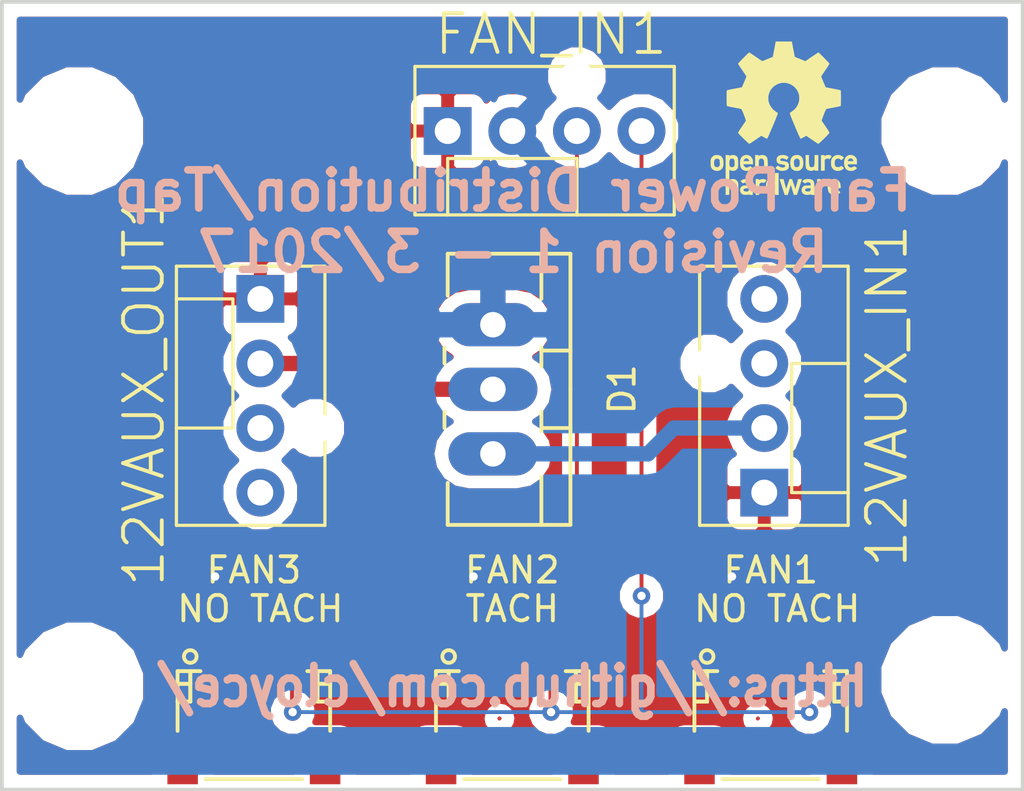
<source format=kicad_pcb>
(kicad_pcb (version 4) (host pcbnew 4.0.6)

  (general
    (links 15)
    (no_connects 0)
    (area 128.448999 93.904999 168.731001 125.043001)
    (thickness 1.6)
    (drawings 9)
    (tracks 39)
    (zones 0)
    (modules 12)
    (nets 13)
  )

  (page A4)
  (title_block
    (title "Fan + 12VAUX distribution board")
    (rev 1)
  )

  (layers
    (0 F.Cu signal hide)
    (31 B.Cu signal hide)
    (32 B.Adhes user hide)
    (33 F.Adhes user hide)
    (34 B.Paste user hide)
    (35 F.Paste user hide)
    (36 B.SilkS user)
    (37 F.SilkS user hide)
    (38 B.Mask user hide)
    (39 F.Mask user hide)
    (40 Dwgs.User user hide)
    (41 Cmts.User user hide)
    (42 Eco1.User user hide)
    (43 Eco2.User user hide)
    (44 Edge.Cuts user)
    (45 Margin user hide)
    (46 B.CrtYd user hide)
    (47 F.CrtYd user hide)
    (48 B.Fab user hide)
    (49 F.Fab user hide)
  )

  (setup
    (last_trace_width 0.1524)
    (trace_clearance 0.1524)
    (zone_clearance 0.508)
    (zone_45_only no)
    (trace_min 0.1524)
    (segment_width 0.2)
    (edge_width 0.15)
    (via_size 0.6858)
    (via_drill 0.3302)
    (via_min_size 0.6858)
    (via_min_drill 0.3302)
    (uvia_size 0.762)
    (uvia_drill 0.1)
    (uvias_allowed no)
    (uvia_min_size 0)
    (uvia_min_drill 0)
    (pcb_text_width 0.3)
    (pcb_text_size 1.5 1.5)
    (mod_edge_width 0.15)
    (mod_text_size 1 1)
    (mod_text_width 0.15)
    (pad_size 4 4)
    (pad_drill 4)
    (pad_to_mask_clearance 0.2)
    (aux_axis_origin 0 0)
    (visible_elements FFFEFF7F)
    (pcbplotparams
      (layerselection 0x010f0_80000001)
      (usegerberextensions true)
      (excludeedgelayer true)
      (linewidth 0.100000)
      (plotframeref false)
      (viasonmask false)
      (mode 1)
      (useauxorigin false)
      (hpglpennumber 1)
      (hpglpenspeed 20)
      (hpglpendiameter 15)
      (hpglpenoverlay 2)
      (psnegative false)
      (psa4output false)
      (plotreference true)
      (plotvalue true)
      (plotinvisibletext false)
      (padsonsilk false)
      (subtractmaskfromsilk false)
      (outputformat 1)
      (mirror false)
      (drillshape 0)
      (scaleselection 1)
      (outputdirectory gerbers))
  )

  (net 0 "")
  (net 1 "Net-(12VAUX_IN1-Pad2)")
  (net 2 GND)
  (net 3 "Net-(12VAUX_IN1-Pad4)")
  (net 4 "Net-(12VAUX_IN1-Pad3)")
  (net 5 "Net-(12VAUX_OUT1-Pad2)")
  (net 6 "Net-(12VAUX_OUT1-Pad4)")
  (net 7 "Net-(12VAUX_OUT1-Pad3)")
  (net 8 +12V)
  (net 9 "Net-(FAN1-Pad4)")
  (net 10 "Net-(FAN1-Pad3)")
  (net 11 "Net-(FAN2-Pad3)")
  (net 12 "Net-(FAN3-Pad3)")

  (net_class Default "This is the default net class."
    (clearance 0.1524)
    (trace_width 0.1524)
    (via_dia 0.6858)
    (via_drill 0.3302)
    (uvia_dia 0.762)
    (uvia_drill 0.1)
    (add_net GND)
    (add_net "Net-(12VAUX_IN1-Pad3)")
    (add_net "Net-(12VAUX_IN1-Pad4)")
    (add_net "Net-(12VAUX_OUT1-Pad3)")
    (add_net "Net-(12VAUX_OUT1-Pad4)")
    (add_net "Net-(FAN1-Pad3)")
    (add_net "Net-(FAN1-Pad4)")
    (add_net "Net-(FAN2-Pad3)")
    (add_net "Net-(FAN3-Pad3)")
  )

  (net_class Power ""
    (clearance 0.1524)
    (trace_width 0.6)
    (via_dia 0.6858)
    (via_drill 0.3302)
    (uvia_dia 0.762)
    (uvia_drill 0.1)
    (add_net +12V)
    (add_net "Net-(12VAUX_IN1-Pad2)")
    (add_net "Net-(12VAUX_OUT1-Pad2)")
  )

  (module Mounting_Holes:MountingHole_4mm (layer F.Cu) (tedit 58DE9D03) (tstamp 58DC0A33)
    (at 131.572 120.904)
    (descr "Mounting Hole 4mm, no annular")
    (tags "mounting hole 4mm no annular")
    (fp_text reference MH4 (at 0 -5) (layer F.SilkS) hide
      (effects (font (size 1 1) (thickness 0.15)))
    )
    (fp_text value MountingHole_4mm (at 0 5) (layer F.Fab)
      (effects (font (size 1 1) (thickness 0.15)))
    )
    (fp_circle (center 0 0) (end 4 0) (layer Cmts.User) (width 0.15))
    (fp_circle (center 0 0) (end 4.25 0) (layer F.CrtYd) (width 0.05))
    (pad "" np_thru_hole circle (at 0 0) (size 4 4) (drill 4) (layers *.Cu))
  )

  (module Mounting_Holes:MountingHole_4mm (layer F.Cu) (tedit 58DE9D0D) (tstamp 58DC09F4)
    (at 165.608 120.65)
    (descr "Mounting Hole 4mm, no annular")
    (tags "mounting hole 4mm no annular")
    (fp_text reference MH3 (at 0 -5) (layer F.SilkS) hide
      (effects (font (size 1 1) (thickness 0.15)))
    )
    (fp_text value MountingHole_4mm (at 0 5) (layer F.Fab)
      (effects (font (size 1 1) (thickness 0.15)))
    )
    (fp_circle (center 0 0) (end 4 0) (layer Cmts.User) (width 0.15))
    (fp_circle (center 0 0) (end 4.25 0) (layer F.CrtYd) (width 0.05))
    (pad "" np_thru_hole circle (at 0 0) (size 4 4) (drill 4) (layers *.Cu))
  )

  (module Connectors_JST:JST_SH_SM04B-SRSS-TB_04x1.00mm_Angled (layer F.Cu) (tedit 58DE6B11) (tstamp 58DBEC12)
    (at 158.75 121.92)
    (descr http://www.jst-mfg.com/product/pdf/eng/eSH.pdf)
    (tags "connector jst sh")
    (path /58DACDC1)
    (attr smd)
    (fp_text reference FAN1 (at 0 -5.588) (layer F.SilkS)
      (effects (font (size 1 1) (thickness 0.15)))
    )
    (fp_text value FAN-SM04B (at 0 4.5) (layer F.Fab)
      (effects (font (size 1 1) (thickness 0.15)))
    )
    (fp_circle (center -2.5 -2.1875) (end -2.25 -2.1875) (layer F.SilkS) (width 0.15))
    (fp_line (start -1.9 2.6375) (end 1.9 2.6375) (layer F.SilkS) (width 0.15))
    (fp_line (start -3 0.7375) (end -3 -1.6125) (layer F.SilkS) (width 0.15))
    (fp_line (start -3 -1.6125) (end -2.1 -1.6125) (layer F.SilkS) (width 0.15))
    (fp_line (start -2.5 -1.6125) (end -2.5 -0.4125) (layer F.SilkS) (width 0.15))
    (fp_line (start -2.5 -0.4125) (end -2.5 -0.4125) (layer F.SilkS) (width 0.15))
    (fp_line (start -2.5 -0.4125) (end -2.5 -1.6125) (layer F.SilkS) (width 0.15))
    (fp_line (start -2.5 -1.6125) (end -2.5 -1.6125) (layer F.SilkS) (width 0.15))
    (fp_line (start -2.5 -1.1125) (end -2.5 -1.1125) (layer F.SilkS) (width 0.15))
    (fp_line (start -2.5 -1.1125) (end -3 -1.1125) (layer F.SilkS) (width 0.15))
    (fp_line (start -3 -1.1125) (end -3 -1.1125) (layer F.SilkS) (width 0.15))
    (fp_line (start -3 -1.1125) (end -2.5 -1.1125) (layer F.SilkS) (width 0.15))
    (fp_line (start -2.5 -0.4125) (end -2.5 -0.4125) (layer F.SilkS) (width 0.15))
    (fp_line (start -2.5 -0.4125) (end -3 -0.4125) (layer F.SilkS) (width 0.15))
    (fp_line (start -3 -0.4125) (end -3 -0.4125) (layer F.SilkS) (width 0.15))
    (fp_line (start -3 -0.4125) (end -2.5 -0.4125) (layer F.SilkS) (width 0.15))
    (fp_line (start 3 0.7375) (end 3 -1.6125) (layer F.SilkS) (width 0.15))
    (fp_line (start 3 -1.6125) (end 2.1 -1.6125) (layer F.SilkS) (width 0.15))
    (fp_line (start 2.5 -1.6125) (end 2.5 -0.4125) (layer F.SilkS) (width 0.15))
    (fp_line (start 2.5 -0.4125) (end 2.5 -0.4125) (layer F.SilkS) (width 0.15))
    (fp_line (start 2.5 -0.4125) (end 2.5 -1.6125) (layer F.SilkS) (width 0.15))
    (fp_line (start 2.5 -1.6125) (end 2.5 -1.6125) (layer F.SilkS) (width 0.15))
    (fp_line (start 2.5 -1.1125) (end 2.5 -1.1125) (layer F.SilkS) (width 0.15))
    (fp_line (start 2.5 -1.1125) (end 3 -1.1125) (layer F.SilkS) (width 0.15))
    (fp_line (start 3 -1.1125) (end 3 -1.1125) (layer F.SilkS) (width 0.15))
    (fp_line (start 3 -1.1125) (end 2.5 -1.1125) (layer F.SilkS) (width 0.15))
    (fp_line (start 2.5 -0.4125) (end 2.5 -0.4125) (layer F.SilkS) (width 0.15))
    (fp_line (start 2.5 -0.4125) (end 3 -0.4125) (layer F.SilkS) (width 0.15))
    (fp_line (start 3 -0.4125) (end 3 -0.4125) (layer F.SilkS) (width 0.15))
    (fp_line (start 3 -0.4125) (end 2.5 -0.4125) (layer F.SilkS) (width 0.15))
    (fp_line (start -3.9 3.35) (end -3.9 -3.25) (layer F.CrtYd) (width 0.05))
    (fp_line (start -3.9 -3.25) (end 3.9 -3.25) (layer F.CrtYd) (width 0.05))
    (fp_line (start 3.9 -3.25) (end 3.9 3.35) (layer F.CrtYd) (width 0.05))
    (fp_line (start 3.9 3.35) (end -3.9 3.35) (layer F.CrtYd) (width 0.05))
    (pad 1 smd rect (at -1.5 -1.9375) (size 0.6 1.55) (layers F.Cu F.Paste F.Mask)
      (net 8 +12V))
    (pad 2 smd rect (at -0.5 -1.9375) (size 0.6 1.55) (layers F.Cu F.Paste F.Mask)
      (net 2 GND))
    (pad 3 smd rect (at 0.5 -1.9375) (size 0.6 1.55) (layers F.Cu F.Paste F.Mask)
      (net 10 "Net-(FAN1-Pad3)"))
    (pad 4 smd rect (at 1.5 -1.9375) (size 0.6 1.55) (layers F.Cu F.Paste F.Mask)
      (net 9 "Net-(FAN1-Pad4)"))
    (pad "" smd rect (at -2.8 1.9375) (size 1.2 1.8) (layers F.Cu F.Paste F.Mask))
    (pad "" smd rect (at 2.8 1.9375) (size 1.2 1.8) (layers F.Cu F.Paste F.Mask))
  )

  (module cds:cds-FAN_PWM (layer F.Cu) (tedit 58DE9C31) (tstamp 58DBEBF8)
    (at 158.496 113.284 90)
    (descr "4-PIN HEADER WITH OFFSET LOCK FOR PC PWM FANS")
    (tags "4-PIN HEADER WITH OFFSET LOCK FOR PC PWM FANS")
    (path /58DACBE8)
    (attr virtual)
    (fp_text reference 12VAUX_IN1 (at 3.81 4.826 90) (layer F.SilkS)
      (effects (font (thickness 0.15)))
    )
    (fp_text value FAN-4PIN-PWM (at 1.27 5.08 90) (layer F.SilkS) hide
      (effects (font (thickness 0.15)))
    )
    (fp_line (start -1.28778 -2.54) (end -1.28778 3.29946) (layer F.SilkS) (width 0.127))
    (fp_line (start 8.90778 -2.54) (end 8.90778 3.29946) (layer F.SilkS) (width 0.127))
    (fp_line (start 8.90778 -2.54) (end -1.28778 -2.54) (layer F.SilkS) (width 0.127))
    (fp_line (start 8.90778 3.29946) (end 5.08 3.29946) (layer F.SilkS) (width 0.127))
    (fp_line (start 5.08 3.29946) (end 0 3.29946) (layer F.SilkS) (width 0.127))
    (fp_line (start 0 3.29946) (end -1.28778 3.29946) (layer F.SilkS) (width 0.127))
    (fp_line (start 0 3.29946) (end 0 1.0795) (layer F.SilkS) (width 0.127))
    (fp_line (start 0 1.0795) (end 5.08 1.0795) (layer F.SilkS) (width 0.127))
    (fp_line (start 5.08 1.0795) (end 5.08 3.29946) (layer F.SilkS) (width 0.127))
    (pad 2 thru_hole circle (at 2.54 0 90) (size 1.8796 1.8796) (drill 1.01854) (layers *.Cu *.Paste *.Mask)
      (net 1 "Net-(12VAUX_IN1-Pad2)"))
    (pad 1 thru_hole rect (at 0 0 90) (size 1.8796 1.8796) (drill 1.01854) (layers *.Cu *.Paste *.Mask)
      (net 2 GND) (zone_connect 1))
    (pad 4 thru_hole circle (at 7.62 0 90) (size 1.8796 1.8796) (drill 1.016) (layers *.Cu *.Paste *.Mask)
      (net 3 "Net-(12VAUX_IN1-Pad4)"))
    (pad 3 thru_hole circle (at 5.08 0 90) (size 1.8796 1.8796) (drill 1.01854) (layers *.Cu *.Paste *.Mask)
      (net 4 "Net-(12VAUX_IN1-Pad3)"))
    (pad "" np_thru_hole circle (at 5.08 -2.16 90) (size 1.25 1.25) (drill 1.25) (layers *.Cu)
      (zone_connect 0))
  )

  (module cds:cds-FAN_PWM (layer F.Cu) (tedit 58DE6B40) (tstamp 58DBEC01)
    (at 138.684 105.664 270)
    (descr "4-PIN HEADER WITH OFFSET LOCK FOR PC PWM FANS")
    (tags "4-PIN HEADER WITH OFFSET LOCK FOR PC PWM FANS")
    (path /58DACB78)
    (attr virtual)
    (fp_text reference 12VAUX_OUT1 (at 3.556 4.572 270) (layer F.SilkS)
      (effects (font (thickness 0.15)))
    )
    (fp_text value FAN-4PIN-PWM (at 1.27 5.08 270) (layer F.SilkS) hide
      (effects (font (thickness 0.15)))
    )
    (fp_line (start -1.28778 -2.54) (end -1.28778 3.29946) (layer F.SilkS) (width 0.127))
    (fp_line (start 8.90778 -2.54) (end 8.90778 3.29946) (layer F.SilkS) (width 0.127))
    (fp_line (start 8.90778 -2.54) (end -1.28778 -2.54) (layer F.SilkS) (width 0.127))
    (fp_line (start 8.90778 3.29946) (end 5.08 3.29946) (layer F.SilkS) (width 0.127))
    (fp_line (start 5.08 3.29946) (end 0 3.29946) (layer F.SilkS) (width 0.127))
    (fp_line (start 0 3.29946) (end -1.28778 3.29946) (layer F.SilkS) (width 0.127))
    (fp_line (start 0 3.29946) (end 0 1.0795) (layer F.SilkS) (width 0.127))
    (fp_line (start 0 1.0795) (end 5.08 1.0795) (layer F.SilkS) (width 0.127))
    (fp_line (start 5.08 1.0795) (end 5.08 3.29946) (layer F.SilkS) (width 0.127))
    (pad 2 thru_hole circle (at 2.54 0 270) (size 1.8796 1.8796) (drill 1.01854) (layers *.Cu *.Paste *.Mask)
      (net 5 "Net-(12VAUX_OUT1-Pad2)"))
    (pad 1 thru_hole rect (at 0 0 270) (size 1.8796 1.8796) (drill 1.01854) (layers *.Cu *.Paste *.Mask)
      (net 2 GND))
    (pad 4 thru_hole circle (at 7.62 0 270) (size 1.8796 1.8796) (drill 1.016) (layers *.Cu *.Paste *.Mask)
      (net 6 "Net-(12VAUX_OUT1-Pad4)"))
    (pad 3 thru_hole circle (at 5.08 0 270) (size 1.8796 1.8796) (drill 1.01854) (layers *.Cu *.Paste *.Mask)
      (net 7 "Net-(12VAUX_OUT1-Pad3)"))
    (pad "" np_thru_hole circle (at 5.08 -2.16 270) (size 1.25 1.25) (drill 1.25) (layers *.Cu)
      (zone_connect 0))
  )

  (module TO_SOT_Packages_THT:TO-220_Neutral123_Vertical_LargePads (layer F.Cu) (tedit 58DE6A9B) (tstamp 58DBEC08)
    (at 147.828 109.22 270)
    (descr "TO-220, Neutral, Vertical, Large Pads,")
    (tags "TO-220, Neutral, Vertical, Large Pads,")
    (path /58D96D68)
    (fp_text reference D1 (at 0 -5.08 270) (layer F.SilkS)
      (effects (font (size 1 1) (thickness 0.15)))
    )
    (fp_text value D_x2_KCom_AKA (at 0 3.81 270) (layer F.Fab)
      (effects (font (size 1 1) (thickness 0.15)))
    )
    (fp_line (start 5.334 -1.905) (end 3.429 -1.905) (layer F.SilkS) (width 0.15))
    (fp_line (start 0.889 -1.905) (end 1.651 -1.905) (layer F.SilkS) (width 0.15))
    (fp_line (start -1.524 -1.905) (end -1.651 -1.905) (layer F.SilkS) (width 0.15))
    (fp_line (start -1.524 -1.905) (end -0.889 -1.905) (layer F.SilkS) (width 0.15))
    (fp_line (start -5.334 -1.905) (end -3.556 -1.905) (layer F.SilkS) (width 0.15))
    (fp_line (start -5.334 1.778) (end -3.683 1.778) (layer F.SilkS) (width 0.15))
    (fp_line (start -1.016 1.905) (end -1.651 1.905) (layer F.SilkS) (width 0.15))
    (fp_line (start 1.524 1.905) (end 0.889 1.905) (layer F.SilkS) (width 0.15))
    (fp_line (start 5.334 1.778) (end 3.683 1.778) (layer F.SilkS) (width 0.15))
    (fp_line (start -1.524 -3.048) (end -1.524 -1.905) (layer F.SilkS) (width 0.15))
    (fp_line (start 1.524 -3.048) (end 1.524 -1.905) (layer F.SilkS) (width 0.15))
    (fp_line (start 5.334 -1.905) (end 5.334 1.778) (layer F.SilkS) (width 0.15))
    (fp_line (start -5.334 1.778) (end -5.334 -1.905) (layer F.SilkS) (width 0.15))
    (fp_line (start 5.334 -3.048) (end 5.334 -1.905) (layer F.SilkS) (width 0.15))
    (fp_line (start -5.334 -1.905) (end -5.334 -3.048) (layer F.SilkS) (width 0.15))
    (fp_line (start 0 -3.048) (end -5.334 -3.048) (layer F.SilkS) (width 0.15))
    (fp_line (start 0 -3.048) (end 5.334 -3.048) (layer F.SilkS) (width 0.15))
    (pad 2 thru_hole oval (at 0 0) (size 3.50012 1.69926) (drill 1.00076) (layers *.Cu *.Mask)
      (net 5 "Net-(12VAUX_OUT1-Pad2)"))
    (pad 1 thru_hole oval (at -2.54 0) (size 3.50012 1.69926) (drill 1.00076) (layers *.Cu *.Mask)
      (net 8 +12V))
    (pad 3 thru_hole oval (at 2.54 0) (size 3.50012 1.69926) (drill 1.00076) (layers *.Cu *.Mask)
      (net 1 "Net-(12VAUX_IN1-Pad2)"))
    (model TO_SOT_Packages_THT.3dshapes/TO-220_Neutral123_Vertical_LargePads.wrl
      (at (xyz 0 0 0))
      (scale (xyz 0.3937 0.3937 0.3937))
      (rotate (xyz 0 0 0))
    )
  )

  (module Connectors_JST:JST_SH_SM04B-SRSS-TB_04x1.00mm_Angled (layer F.Cu) (tedit 58DE6B0B) (tstamp 58DBEC1C)
    (at 148.59 121.92)
    (descr http://www.jst-mfg.com/product/pdf/eng/eSH.pdf)
    (tags "connector jst sh")
    (path /58DACD87)
    (attr smd)
    (fp_text reference FAN2 (at 0 -5.588) (layer F.SilkS)
      (effects (font (size 1 1) (thickness 0.15)))
    )
    (fp_text value FAN-SM04B (at 0 4.5) (layer F.Fab)
      (effects (font (size 1 1) (thickness 0.15)))
    )
    (fp_circle (center -2.5 -2.1875) (end -2.25 -2.1875) (layer F.SilkS) (width 0.15))
    (fp_line (start -1.9 2.6375) (end 1.9 2.6375) (layer F.SilkS) (width 0.15))
    (fp_line (start -3 0.7375) (end -3 -1.6125) (layer F.SilkS) (width 0.15))
    (fp_line (start -3 -1.6125) (end -2.1 -1.6125) (layer F.SilkS) (width 0.15))
    (fp_line (start -2.5 -1.6125) (end -2.5 -0.4125) (layer F.SilkS) (width 0.15))
    (fp_line (start -2.5 -0.4125) (end -2.5 -0.4125) (layer F.SilkS) (width 0.15))
    (fp_line (start -2.5 -0.4125) (end -2.5 -1.6125) (layer F.SilkS) (width 0.15))
    (fp_line (start -2.5 -1.6125) (end -2.5 -1.6125) (layer F.SilkS) (width 0.15))
    (fp_line (start -2.5 -1.1125) (end -2.5 -1.1125) (layer F.SilkS) (width 0.15))
    (fp_line (start -2.5 -1.1125) (end -3 -1.1125) (layer F.SilkS) (width 0.15))
    (fp_line (start -3 -1.1125) (end -3 -1.1125) (layer F.SilkS) (width 0.15))
    (fp_line (start -3 -1.1125) (end -2.5 -1.1125) (layer F.SilkS) (width 0.15))
    (fp_line (start -2.5 -0.4125) (end -2.5 -0.4125) (layer F.SilkS) (width 0.15))
    (fp_line (start -2.5 -0.4125) (end -3 -0.4125) (layer F.SilkS) (width 0.15))
    (fp_line (start -3 -0.4125) (end -3 -0.4125) (layer F.SilkS) (width 0.15))
    (fp_line (start -3 -0.4125) (end -2.5 -0.4125) (layer F.SilkS) (width 0.15))
    (fp_line (start 3 0.7375) (end 3 -1.6125) (layer F.SilkS) (width 0.15))
    (fp_line (start 3 -1.6125) (end 2.1 -1.6125) (layer F.SilkS) (width 0.15))
    (fp_line (start 2.5 -1.6125) (end 2.5 -0.4125) (layer F.SilkS) (width 0.15))
    (fp_line (start 2.5 -0.4125) (end 2.5 -0.4125) (layer F.SilkS) (width 0.15))
    (fp_line (start 2.5 -0.4125) (end 2.5 -1.6125) (layer F.SilkS) (width 0.15))
    (fp_line (start 2.5 -1.6125) (end 2.5 -1.6125) (layer F.SilkS) (width 0.15))
    (fp_line (start 2.5 -1.1125) (end 2.5 -1.1125) (layer F.SilkS) (width 0.15))
    (fp_line (start 2.5 -1.1125) (end 3 -1.1125) (layer F.SilkS) (width 0.15))
    (fp_line (start 3 -1.1125) (end 3 -1.1125) (layer F.SilkS) (width 0.15))
    (fp_line (start 3 -1.1125) (end 2.5 -1.1125) (layer F.SilkS) (width 0.15))
    (fp_line (start 2.5 -0.4125) (end 2.5 -0.4125) (layer F.SilkS) (width 0.15))
    (fp_line (start 2.5 -0.4125) (end 3 -0.4125) (layer F.SilkS) (width 0.15))
    (fp_line (start 3 -0.4125) (end 3 -0.4125) (layer F.SilkS) (width 0.15))
    (fp_line (start 3 -0.4125) (end 2.5 -0.4125) (layer F.SilkS) (width 0.15))
    (fp_line (start -3.9 3.35) (end -3.9 -3.25) (layer F.CrtYd) (width 0.05))
    (fp_line (start -3.9 -3.25) (end 3.9 -3.25) (layer F.CrtYd) (width 0.05))
    (fp_line (start 3.9 -3.25) (end 3.9 3.35) (layer F.CrtYd) (width 0.05))
    (fp_line (start 3.9 3.35) (end -3.9 3.35) (layer F.CrtYd) (width 0.05))
    (pad 1 smd rect (at -1.5 -1.9375) (size 0.6 1.55) (layers F.Cu F.Paste F.Mask)
      (net 8 +12V))
    (pad 2 smd rect (at -0.5 -1.9375) (size 0.6 1.55) (layers F.Cu F.Paste F.Mask)
      (net 2 GND))
    (pad 3 smd rect (at 0.5 -1.9375) (size 0.6 1.55) (layers F.Cu F.Paste F.Mask)
      (net 11 "Net-(FAN2-Pad3)"))
    (pad 4 smd rect (at 1.5 -1.9375) (size 0.6 1.55) (layers F.Cu F.Paste F.Mask)
      (net 9 "Net-(FAN1-Pad4)"))
    (pad "" smd rect (at -2.8 1.9375) (size 1.2 1.8) (layers F.Cu F.Paste F.Mask))
    (pad "" smd rect (at 2.8 1.9375) (size 1.2 1.8) (layers F.Cu F.Paste F.Mask))
  )

  (module Connectors_JST:JST_SH_SM04B-SRSS-TB_04x1.00mm_Angled (layer F.Cu) (tedit 58DE9CB6) (tstamp 58DBEC26)
    (at 138.43 121.92)
    (descr http://www.jst-mfg.com/product/pdf/eng/eSH.pdf)
    (tags "connector jst sh")
    (path /58DACD42)
    (attr smd)
    (fp_text reference FAN3 (at 0 -5.588) (layer F.SilkS)
      (effects (font (size 1 1) (thickness 0.15)))
    )
    (fp_text value FAN-SM04B (at 0 4.5) (layer F.Fab)
      (effects (font (size 1 1) (thickness 0.15)))
    )
    (fp_circle (center -2.5 -2.1875) (end -2.25 -2.1875) (layer F.SilkS) (width 0.15))
    (fp_line (start -1.9 2.6375) (end 1.9 2.6375) (layer F.SilkS) (width 0.15))
    (fp_line (start -3 0.7375) (end -3 -1.6125) (layer F.SilkS) (width 0.15))
    (fp_line (start -3 -1.6125) (end -2.1 -1.6125) (layer F.SilkS) (width 0.15))
    (fp_line (start -2.5 -1.6125) (end -2.5 -0.4125) (layer F.SilkS) (width 0.15))
    (fp_line (start -2.5 -0.4125) (end -2.5 -0.4125) (layer F.SilkS) (width 0.15))
    (fp_line (start -2.5 -0.4125) (end -2.5 -1.6125) (layer F.SilkS) (width 0.15))
    (fp_line (start -2.5 -1.6125) (end -2.5 -1.6125) (layer F.SilkS) (width 0.15))
    (fp_line (start -2.5 -1.1125) (end -2.5 -1.1125) (layer F.SilkS) (width 0.15))
    (fp_line (start -2.5 -1.1125) (end -3 -1.1125) (layer F.SilkS) (width 0.15))
    (fp_line (start -3 -1.1125) (end -3 -1.1125) (layer F.SilkS) (width 0.15))
    (fp_line (start -3 -1.1125) (end -2.5 -1.1125) (layer F.SilkS) (width 0.15))
    (fp_line (start -2.5 -0.4125) (end -2.5 -0.4125) (layer F.SilkS) (width 0.15))
    (fp_line (start -2.5 -0.4125) (end -3 -0.4125) (layer F.SilkS) (width 0.15))
    (fp_line (start -3 -0.4125) (end -3 -0.4125) (layer F.SilkS) (width 0.15))
    (fp_line (start -3 -0.4125) (end -2.5 -0.4125) (layer F.SilkS) (width 0.15))
    (fp_line (start 3 0.7375) (end 3 -1.6125) (layer F.SilkS) (width 0.15))
    (fp_line (start 3 -1.6125) (end 2.1 -1.6125) (layer F.SilkS) (width 0.15))
    (fp_line (start 2.5 -1.6125) (end 2.5 -0.4125) (layer F.SilkS) (width 0.15))
    (fp_line (start 2.5 -0.4125) (end 2.5 -0.4125) (layer F.SilkS) (width 0.15))
    (fp_line (start 2.5 -0.4125) (end 2.5 -1.6125) (layer F.SilkS) (width 0.15))
    (fp_line (start 2.5 -1.6125) (end 2.5 -1.6125) (layer F.SilkS) (width 0.15))
    (fp_line (start 2.5 -1.1125) (end 2.5 -1.1125) (layer F.SilkS) (width 0.15))
    (fp_line (start 2.5 -1.1125) (end 3 -1.1125) (layer F.SilkS) (width 0.15))
    (fp_line (start 3 -1.1125) (end 3 -1.1125) (layer F.SilkS) (width 0.15))
    (fp_line (start 3 -1.1125) (end 2.5 -1.1125) (layer F.SilkS) (width 0.15))
    (fp_line (start 2.5 -0.4125) (end 2.5 -0.4125) (layer F.SilkS) (width 0.15))
    (fp_line (start 2.5 -0.4125) (end 3 -0.4125) (layer F.SilkS) (width 0.15))
    (fp_line (start 3 -0.4125) (end 3 -0.4125) (layer F.SilkS) (width 0.15))
    (fp_line (start 3 -0.4125) (end 2.5 -0.4125) (layer F.SilkS) (width 0.15))
    (fp_line (start -3.9 3.35) (end -3.9 -3.25) (layer F.CrtYd) (width 0.05))
    (fp_line (start -3.9 -3.25) (end 3.9 -3.25) (layer F.CrtYd) (width 0.05))
    (fp_line (start 3.9 -3.25) (end 3.9 3.35) (layer F.CrtYd) (width 0.05))
    (fp_line (start 3.9 3.35) (end -3.9 3.35) (layer F.CrtYd) (width 0.05))
    (pad 1 smd rect (at -1.5 -1.9375) (size 0.6 1.55) (layers F.Cu F.Paste F.Mask)
      (net 8 +12V))
    (pad 2 smd rect (at -0.5 -1.9375) (size 0.6 1.55) (layers F.Cu F.Paste F.Mask)
      (net 2 GND))
    (pad 3 smd rect (at 0.5 -1.9375) (size 0.6 1.55) (layers F.Cu F.Paste F.Mask)
      (net 12 "Net-(FAN3-Pad3)"))
    (pad 4 smd rect (at 1.5 -1.9375) (size 0.6 1.55) (layers F.Cu F.Paste F.Mask)
      (net 9 "Net-(FAN1-Pad4)"))
    (pad "" smd rect (at -2.8 1.9375) (size 1.2 1.8) (layers F.Cu F.Paste F.Mask))
    (pad "" smd rect (at 2.8 1.9375) (size 1.2 1.8) (layers F.Cu F.Paste F.Mask))
  )

  (module cds:cds-FAN_PWM (layer F.Cu) (tedit 58DE6AF0) (tstamp 58DBEC2F)
    (at 146.05 99.06)
    (descr "4-PIN HEADER WITH OFFSET LOCK FOR PC PWM FANS")
    (tags "4-PIN HEADER WITH OFFSET LOCK FOR PC PWM FANS")
    (path /58DAC98B)
    (attr virtual)
    (fp_text reference FAN_IN1 (at 4.064 -3.81) (layer F.SilkS)
      (effects (font (thickness 0.15)))
    )
    (fp_text value FAN-4PIN-PWM (at 1.27 5.08 90) (layer F.SilkS) hide
      (effects (font (thickness 0.15)))
    )
    (fp_line (start -1.28778 -2.54) (end -1.28778 3.29946) (layer F.SilkS) (width 0.127))
    (fp_line (start 8.90778 -2.54) (end 8.90778 3.29946) (layer F.SilkS) (width 0.127))
    (fp_line (start 8.90778 -2.54) (end -1.28778 -2.54) (layer F.SilkS) (width 0.127))
    (fp_line (start 8.90778 3.29946) (end 5.08 3.29946) (layer F.SilkS) (width 0.127))
    (fp_line (start 5.08 3.29946) (end 0 3.29946) (layer F.SilkS) (width 0.127))
    (fp_line (start 0 3.29946) (end -1.28778 3.29946) (layer F.SilkS) (width 0.127))
    (fp_line (start 0 3.29946) (end 0 1.0795) (layer F.SilkS) (width 0.127))
    (fp_line (start 0 1.0795) (end 5.08 1.0795) (layer F.SilkS) (width 0.127))
    (fp_line (start 5.08 1.0795) (end 5.08 3.29946) (layer F.SilkS) (width 0.127))
    (pad 2 thru_hole circle (at 2.54 0) (size 1.8796 1.8796) (drill 1.01854) (layers *.Cu *.Paste *.Mask)
      (net 8 +12V))
    (pad 1 thru_hole rect (at 0 0) (size 1.8796 1.8796) (drill 1.01854) (layers *.Cu *.Paste *.Mask)
      (net 2 GND))
    (pad 4 thru_hole circle (at 7.62 0) (size 1.8796 1.8796) (drill 1.016) (layers *.Cu *.Paste *.Mask)
      (net 9 "Net-(FAN1-Pad4)"))
    (pad 3 thru_hole circle (at 5.08 0) (size 1.8796 1.8796) (drill 1.01854) (layers *.Cu *.Paste *.Mask)
      (net 11 "Net-(FAN2-Pad3)"))
    (pad "" np_thru_hole circle (at 5.08 -2.16) (size 1.25 1.25) (drill 1.25) (layers *.Cu)
      (zone_connect 0))
  )

  (module Mounting_Holes:MountingHole_4mm (layer F.Cu) (tedit 58DE9D08) (tstamp 58DC0A50)
    (at 165.608 99.06)
    (descr "Mounting Hole 4mm, no annular")
    (tags "mounting hole 4mm no annular")
    (fp_text reference MH2 (at 0 -5) (layer F.SilkS) hide
      (effects (font (size 1 1) (thickness 0.15)))
    )
    (fp_text value MountingHole_4mm (at 0 5) (layer F.Fab)
      (effects (font (size 1 1) (thickness 0.15)))
    )
    (fp_circle (center 0 0) (end 4 0) (layer Cmts.User) (width 0.15))
    (fp_circle (center 0 0) (end 4.25 0) (layer F.CrtYd) (width 0.05))
    (pad "" np_thru_hole circle (at 0 0) (size 4 4) (drill 4) (layers *.Cu))
  )

  (module Mounting_Holes:MountingHole_4mm (layer F.Cu) (tedit 58DE9CFE) (tstamp 58DC0A66)
    (at 131.572 99.06)
    (descr "Mounting Hole 4mm, no annular")
    (tags "mounting hole 4mm no annular")
    (fp_text reference MH1 (at 0 -5) (layer F.SilkS) hide
      (effects (font (size 1 1) (thickness 0.15)))
    )
    (fp_text value MountingHole_4mm (at 0 5) (layer F.Fab)
      (effects (font (size 1 1) (thickness 0.15)))
    )
    (fp_circle (center 0 0) (end 4 0) (layer Cmts.User) (width 0.15))
    (fp_circle (center 0 0) (end 4.25 0) (layer F.CrtYd) (width 0.05))
    (pad "" np_thru_hole circle (at 0 0) (size 4 4) (drill 4) (layers *.Cu))
  )

  (module Symbols:OSHW-Logo_5.7x6mm_SilkScreen (layer F.Cu) (tedit 0) (tstamp 58EF9CFF)
    (at 159.258 98.552)
    (descr "Open Source Hardware Logo")
    (tags "Logo OSHW")
    (attr virtual)
    (fp_text reference REF*** (at 0 0) (layer F.SilkS) hide
      (effects (font (size 1 1) (thickness 0.15)))
    )
    (fp_text value OSHW-Logo_5.7x6mm_SilkScreen (at 0.75 0) (layer F.Fab) hide
      (effects (font (size 1 1) (thickness 0.15)))
    )
    (fp_poly (pts (xy -1.908759 1.469184) (xy -1.882247 1.482282) (xy -1.849553 1.505106) (xy -1.825725 1.529996)
      (xy -1.809406 1.561249) (xy -1.79924 1.603166) (xy -1.793872 1.660044) (xy -1.791944 1.736184)
      (xy -1.791831 1.768917) (xy -1.792161 1.840656) (xy -1.793527 1.891927) (xy -1.7965 1.927404)
      (xy -1.801649 1.951763) (xy -1.809543 1.96968) (xy -1.817757 1.981902) (xy -1.870187 2.033905)
      (xy -1.93193 2.065184) (xy -1.998536 2.074592) (xy -2.065558 2.06098) (xy -2.086792 2.051354)
      (xy -2.137624 2.024859) (xy -2.137624 2.440052) (xy -2.100525 2.420868) (xy -2.051643 2.406025)
      (xy -1.991561 2.402222) (xy -1.931564 2.409243) (xy -1.886256 2.425013) (xy -1.848675 2.455047)
      (xy -1.816564 2.498024) (xy -1.81415 2.502436) (xy -1.803967 2.523221) (xy -1.79653 2.54417)
      (xy -1.791411 2.569548) (xy -1.788181 2.603618) (xy -1.786413 2.650641) (xy -1.785677 2.714882)
      (xy -1.785544 2.787176) (xy -1.785544 3.017822) (xy -1.923861 3.017822) (xy -1.923861 2.592533)
      (xy -1.962549 2.559979) (xy -2.002738 2.53394) (xy -2.040797 2.529205) (xy -2.079066 2.541389)
      (xy -2.099462 2.55332) (xy -2.114642 2.570313) (xy -2.125438 2.595995) (xy -2.132683 2.633991)
      (xy -2.137208 2.687926) (xy -2.139844 2.761425) (xy -2.140772 2.810347) (xy -2.143911 3.011535)
      (xy -2.209926 3.015336) (xy -2.27594 3.019136) (xy -2.27594 1.77065) (xy -2.137624 1.77065)
      (xy -2.134097 1.840254) (xy -2.122215 1.888569) (xy -2.10002 1.918631) (xy -2.065559 1.933471)
      (xy -2.030742 1.936436) (xy -1.991329 1.933028) (xy -1.965171 1.919617) (xy -1.948814 1.901896)
      (xy -1.935937 1.882835) (xy -1.928272 1.861601) (xy -1.924861 1.831849) (xy -1.924749 1.787236)
      (xy -1.925897 1.74988) (xy -1.928532 1.693604) (xy -1.932456 1.656658) (xy -1.939063 1.633223)
      (xy -1.949749 1.61748) (xy -1.959833 1.60838) (xy -2.00197 1.588537) (xy -2.05184 1.585332)
      (xy -2.080476 1.592168) (xy -2.108828 1.616464) (xy -2.127609 1.663728) (xy -2.136712 1.733624)
      (xy -2.137624 1.77065) (xy -2.27594 1.77065) (xy -2.27594 1.458614) (xy -2.206782 1.458614)
      (xy -2.16526 1.460256) (xy -2.143838 1.466087) (xy -2.137626 1.477461) (xy -2.137624 1.477798)
      (xy -2.134742 1.488938) (xy -2.12203 1.487673) (xy -2.096757 1.475433) (xy -2.037869 1.456707)
      (xy -1.971615 1.454739) (xy -1.908759 1.469184)) (layer F.SilkS) (width 0.01))
    (fp_poly (pts (xy -1.38421 2.406555) (xy -1.325055 2.422339) (xy -1.280023 2.450948) (xy -1.248246 2.488419)
      (xy -1.238366 2.504411) (xy -1.231073 2.521163) (xy -1.225974 2.542592) (xy -1.222679 2.572616)
      (xy -1.220797 2.615154) (xy -1.219937 2.674122) (xy -1.219707 2.75344) (xy -1.219703 2.774484)
      (xy -1.219703 3.017822) (xy -1.280059 3.017822) (xy -1.318557 3.015126) (xy -1.347023 3.008295)
      (xy -1.354155 3.004083) (xy -1.373652 2.996813) (xy -1.393566 3.004083) (xy -1.426353 3.01316)
      (xy -1.473978 3.016813) (xy -1.526764 3.015228) (xy -1.575036 3.008589) (xy -1.603218 3.000072)
      (xy -1.657753 2.965063) (xy -1.691835 2.916479) (xy -1.707157 2.851882) (xy -1.707299 2.850223)
      (xy -1.705955 2.821566) (xy -1.584356 2.821566) (xy -1.573726 2.854161) (xy -1.55641 2.872505)
      (xy -1.521652 2.886379) (xy -1.475773 2.891917) (xy -1.428988 2.889191) (xy -1.391514 2.878274)
      (xy -1.381015 2.871269) (xy -1.362668 2.838904) (xy -1.35802 2.802111) (xy -1.35802 2.753763)
      (xy -1.427582 2.753763) (xy -1.493667 2.75885) (xy -1.543764 2.773263) (xy -1.574929 2.795729)
      (xy -1.584356 2.821566) (xy -1.705955 2.821566) (xy -1.703987 2.779647) (xy -1.68071 2.723845)
      (xy -1.636948 2.681647) (xy -1.630899 2.677808) (xy -1.604907 2.665309) (xy -1.572735 2.65774)
      (xy -1.52776 2.654061) (xy -1.474331 2.653216) (xy -1.35802 2.653169) (xy -1.35802 2.604411)
      (xy -1.362953 2.566581) (xy -1.375543 2.541236) (xy -1.377017 2.539887) (xy -1.405034 2.5288)
      (xy -1.447326 2.524503) (xy -1.494064 2.526615) (xy -1.535418 2.534756) (xy -1.559957 2.546965)
      (xy -1.573253 2.556746) (xy -1.587294 2.558613) (xy -1.606671 2.5506) (xy -1.635976 2.530739)
      (xy -1.679803 2.497063) (xy -1.683825 2.493909) (xy -1.681764 2.482236) (xy -1.664568 2.462822)
      (xy -1.638433 2.441248) (xy -1.609552 2.423096) (xy -1.600478 2.418809) (xy -1.56738 2.410256)
      (xy -1.51888 2.404155) (xy -1.464695 2.401708) (xy -1.462161 2.401703) (xy -1.38421 2.406555)) (layer F.SilkS) (width 0.01))
    (fp_poly (pts (xy -0.993356 2.40302) (xy -0.974539 2.40866) (xy -0.968473 2.421053) (xy -0.968218 2.426647)
      (xy -0.967129 2.44223) (xy -0.959632 2.444676) (xy -0.939381 2.433993) (xy -0.927351 2.426694)
      (xy -0.8894 2.411063) (xy -0.844072 2.403334) (xy -0.796544 2.40274) (xy -0.751995 2.408513)
      (xy -0.715602 2.419884) (xy -0.692543 2.436088) (xy -0.687996 2.456355) (xy -0.690291 2.461843)
      (xy -0.70702 2.484626) (xy -0.732963 2.512647) (xy -0.737655 2.517177) (xy -0.762383 2.538005)
      (xy -0.783718 2.544735) (xy -0.813555 2.540038) (xy -0.825508 2.536917) (xy -0.862705 2.529421)
      (xy -0.888859 2.532792) (xy -0.910946 2.544681) (xy -0.931178 2.560635) (xy -0.946079 2.5807)
      (xy -0.956434 2.608702) (xy -0.963029 2.648467) (xy -0.966649 2.703823) (xy -0.968078 2.778594)
      (xy -0.968218 2.82374) (xy -0.968218 3.017822) (xy -1.09396 3.017822) (xy -1.09396 2.401683)
      (xy -1.031089 2.401683) (xy -0.993356 2.40302)) (layer F.SilkS) (width 0.01))
    (fp_poly (pts (xy -0.201188 3.017822) (xy -0.270346 3.017822) (xy -0.310488 3.016645) (xy -0.331394 3.011772)
      (xy -0.338922 3.001186) (xy -0.339505 2.994029) (xy -0.340774 2.979676) (xy -0.348779 2.976923)
      (xy -0.369815 2.985771) (xy -0.386173 2.994029) (xy -0.448977 3.013597) (xy -0.517248 3.014729)
      (xy -0.572752 3.000135) (xy -0.624438 2.964877) (xy -0.663838 2.912835) (xy -0.685413 2.85145)
      (xy -0.685962 2.848018) (xy -0.689167 2.810571) (xy -0.690761 2.756813) (xy -0.690633 2.716155)
      (xy -0.553279 2.716155) (xy -0.550097 2.770194) (xy -0.542859 2.814735) (xy -0.53306 2.839888)
      (xy -0.495989 2.87426) (xy -0.451974 2.886582) (xy -0.406584 2.876618) (xy -0.367797 2.846895)
      (xy -0.353108 2.826905) (xy -0.344519 2.80305) (xy -0.340496 2.76823) (xy -0.339505 2.71593)
      (xy -0.341278 2.664139) (xy -0.345963 2.618634) (xy -0.352603 2.588181) (xy -0.35371 2.585452)
      (xy -0.380491 2.553) (xy -0.419579 2.535183) (xy -0.463315 2.532306) (xy -0.504038 2.544674)
      (xy -0.534087 2.572593) (xy -0.537204 2.578148) (xy -0.546961 2.612022) (xy -0.552277 2.660728)
      (xy -0.553279 2.716155) (xy -0.690633 2.716155) (xy -0.690568 2.69554) (xy -0.689664 2.662563)
      (xy -0.683514 2.580981) (xy -0.670733 2.51973) (xy -0.649471 2.474449) (xy -0.617878 2.440779)
      (xy -0.587207 2.421014) (xy -0.544354 2.40712) (xy -0.491056 2.402354) (xy -0.43648 2.406236)
      (xy -0.389792 2.418282) (xy -0.365124 2.432693) (xy -0.339505 2.455878) (xy -0.339505 2.162773)
      (xy -0.201188 2.162773) (xy -0.201188 3.017822)) (layer F.SilkS) (width 0.01))
    (fp_poly (pts (xy 0.281524 2.404237) (xy 0.331255 2.407971) (xy 0.461291 2.797773) (xy 0.481678 2.728614)
      (xy 0.493946 2.685874) (xy 0.510085 2.628115) (xy 0.527512 2.564625) (xy 0.536726 2.53057)
      (xy 0.571388 2.401683) (xy 0.714391 2.401683) (xy 0.671646 2.536857) (xy 0.650596 2.603342)
      (xy 0.625167 2.683539) (xy 0.59861 2.767193) (xy 0.574902 2.841782) (xy 0.520902 3.011535)
      (xy 0.462598 3.015328) (xy 0.404295 3.019122) (xy 0.372679 2.914734) (xy 0.353182 2.849889)
      (xy 0.331904 2.7784) (xy 0.313308 2.715263) (xy 0.312574 2.71275) (xy 0.298684 2.669969)
      (xy 0.286429 2.640779) (xy 0.277846 2.629741) (xy 0.276082 2.631018) (xy 0.269891 2.64813)
      (xy 0.258128 2.684787) (xy 0.242225 2.736378) (xy 0.223614 2.798294) (xy 0.213543 2.832352)
      (xy 0.159007 3.017822) (xy 0.043264 3.017822) (xy -0.049263 2.725471) (xy -0.075256 2.643462)
      (xy -0.098934 2.568987) (xy -0.11918 2.505544) (xy -0.134874 2.456632) (xy -0.144898 2.425749)
      (xy -0.147945 2.416726) (xy -0.145533 2.407487) (xy -0.126592 2.403441) (xy -0.087177 2.403846)
      (xy -0.081007 2.404152) (xy -0.007914 2.407971) (xy 0.039957 2.58401) (xy 0.057553 2.648211)
      (xy 0.073277 2.704649) (xy 0.085746 2.748422) (xy 0.093574 2.77463) (xy 0.09502 2.778903)
      (xy 0.101014 2.77399) (xy 0.113101 2.748532) (xy 0.129893 2.705997) (xy 0.150003 2.64985)
      (xy 0.167003 2.59913) (xy 0.231794 2.400504) (xy 0.281524 2.404237)) (layer F.SilkS) (width 0.01))
    (fp_poly (pts (xy 1.038411 2.405417) (xy 1.091411 2.41829) (xy 1.106731 2.42511) (xy 1.136428 2.442974)
      (xy 1.15922 2.463093) (xy 1.176083 2.488962) (xy 1.187998 2.524073) (xy 1.195942 2.57192)
      (xy 1.200894 2.635996) (xy 1.203831 2.719794) (xy 1.204947 2.775768) (xy 1.209052 3.017822)
      (xy 1.138932 3.017822) (xy 1.096393 3.016038) (xy 1.074476 3.009942) (xy 1.068812 2.999706)
      (xy 1.065821 2.988637) (xy 1.052451 2.990754) (xy 1.034233 2.999629) (xy 0.988624 3.013233)
      (xy 0.930007 3.016899) (xy 0.868354 3.010903) (xy 0.813638 2.995521) (xy 0.80873 2.993386)
      (xy 0.758723 2.958255) (xy 0.725756 2.909419) (xy 0.710587 2.852333) (xy 0.711746 2.831824)
      (xy 0.835508 2.831824) (xy 0.846413 2.859425) (xy 0.878745 2.879204) (xy 0.93091 2.889819)
      (xy 0.958787 2.891228) (xy 1.005247 2.88762) (xy 1.036129 2.873597) (xy 1.043664 2.866931)
      (xy 1.064076 2.830666) (xy 1.068812 2.797773) (xy 1.068812 2.753763) (xy 1.007513 2.753763)
      (xy 0.936256 2.757395) (xy 0.886276 2.768818) (xy 0.854696 2.788824) (xy 0.847626 2.797743)
      (xy 0.835508 2.831824) (xy 0.711746 2.831824) (xy 0.713971 2.792456) (xy 0.736663 2.735244)
      (xy 0.767624 2.69658) (xy 0.786376 2.679864) (xy 0.804733 2.668878) (xy 0.828619 2.66218)
      (xy 0.863957 2.658326) (xy 0.916669 2.655873) (xy 0.937577 2.655168) (xy 1.068812 2.650879)
      (xy 1.06862 2.611158) (xy 1.063537 2.569405) (xy 1.045162 2.544158) (xy 1.008039 2.52803)
      (xy 1.007043 2.527742) (xy 0.95441 2.5214) (xy 0.902906 2.529684) (xy 0.86463 2.549827)
      (xy 0.849272 2.559773) (xy 0.83273 2.558397) (xy 0.807275 2.543987) (xy 0.792328 2.533817)
      (xy 0.763091 2.512088) (xy 0.74498 2.4958) (xy 0.742074 2.491137) (xy 0.75404 2.467005)
      (xy 0.789396 2.438185) (xy 0.804753 2.428461) (xy 0.848901 2.411714) (xy 0.908398 2.402227)
      (xy 0.974487 2.400095) (xy 1.038411 2.405417)) (layer F.SilkS) (width 0.01))
    (fp_poly (pts (xy 1.635255 2.401486) (xy 1.683595 2.411015) (xy 1.711114 2.425125) (xy 1.740064 2.448568)
      (xy 1.698876 2.500571) (xy 1.673482 2.532064) (xy 1.656238 2.547428) (xy 1.639102 2.549776)
      (xy 1.614027 2.542217) (xy 1.602257 2.537941) (xy 1.55427 2.531631) (xy 1.510324 2.545156)
      (xy 1.47806 2.57571) (xy 1.472819 2.585452) (xy 1.467112 2.611258) (xy 1.462706 2.658817)
      (xy 1.459811 2.724758) (xy 1.458631 2.80571) (xy 1.458614 2.817226) (xy 1.458614 3.017822)
      (xy 1.320297 3.017822) (xy 1.320297 2.401683) (xy 1.389456 2.401683) (xy 1.429333 2.402725)
      (xy 1.450107 2.407358) (xy 1.457789 2.417849) (xy 1.458614 2.427745) (xy 1.458614 2.453806)
      (xy 1.491745 2.427745) (xy 1.529735 2.409965) (xy 1.58077 2.401174) (xy 1.635255 2.401486)) (layer F.SilkS) (width 0.01))
    (fp_poly (pts (xy 2.032581 2.40497) (xy 2.092685 2.420597) (xy 2.143021 2.452848) (xy 2.167393 2.47694)
      (xy 2.207345 2.533895) (xy 2.230242 2.599965) (xy 2.238108 2.681182) (xy 2.238148 2.687748)
      (xy 2.238218 2.753763) (xy 1.858264 2.753763) (xy 1.866363 2.788342) (xy 1.880987 2.819659)
      (xy 1.906581 2.852291) (xy 1.911935 2.8575) (xy 1.957943 2.885694) (xy 2.01041 2.890475)
      (xy 2.070803 2.871926) (xy 2.08104 2.866931) (xy 2.112439 2.851745) (xy 2.13347 2.843094)
      (xy 2.137139 2.842293) (xy 2.149948 2.850063) (xy 2.174378 2.869072) (xy 2.186779 2.87946)
      (xy 2.212476 2.903321) (xy 2.220915 2.919077) (xy 2.215058 2.933571) (xy 2.211928 2.937534)
      (xy 2.190725 2.954879) (xy 2.155738 2.975959) (xy 2.131337 2.988265) (xy 2.062072 3.009946)
      (xy 1.985388 3.016971) (xy 1.912765 3.008647) (xy 1.892426 3.002686) (xy 1.829476 2.968952)
      (xy 1.782815 2.917045) (xy 1.752173 2.846459) (xy 1.737282 2.756692) (xy 1.735647 2.709753)
      (xy 1.740421 2.641413) (xy 1.86099 2.641413) (xy 1.872652 2.646465) (xy 1.903998 2.650429)
      (xy 1.949571 2.652768) (xy 1.980446 2.653169) (xy 2.035981 2.652783) (xy 2.071033 2.650975)
      (xy 2.090262 2.646773) (xy 2.09833 2.639203) (xy 2.099901 2.628218) (xy 2.089121 2.594381)
      (xy 2.06198 2.56094) (xy 2.026277 2.535272) (xy 1.99056 2.524772) (xy 1.942048 2.534086)
      (xy 1.900053 2.561013) (xy 1.870936 2.599827) (xy 1.86099 2.641413) (xy 1.740421 2.641413)
      (xy 1.742599 2.610236) (xy 1.764055 2.530949) (xy 1.80047 2.471263) (xy 1.852297 2.430549)
      (xy 1.91999 2.408179) (xy 1.956662 2.403871) (xy 2.032581 2.40497)) (layer F.SilkS) (width 0.01))
    (fp_poly (pts (xy -2.538261 1.465148) (xy -2.472479 1.494231) (xy -2.42254 1.542793) (xy -2.388374 1.610908)
      (xy -2.369907 1.698651) (xy -2.368583 1.712351) (xy -2.367546 1.808939) (xy -2.380993 1.893602)
      (xy -2.408108 1.962221) (xy -2.422627 1.984294) (xy -2.473201 2.031011) (xy -2.537609 2.061268)
      (xy -2.609666 2.073824) (xy -2.683185 2.067439) (xy -2.739072 2.047772) (xy -2.787132 2.014629)
      (xy -2.826412 1.971175) (xy -2.827092 1.970158) (xy -2.843044 1.943338) (xy -2.85341 1.916368)
      (xy -2.859688 1.882332) (xy -2.863373 1.83431) (xy -2.864997 1.794931) (xy -2.865672 1.759219)
      (xy -2.739955 1.759219) (xy -2.738726 1.79477) (xy -2.734266 1.842094) (xy -2.726397 1.872465)
      (xy -2.712207 1.894072) (xy -2.698917 1.906694) (xy -2.651802 1.933122) (xy -2.602505 1.936653)
      (xy -2.556593 1.917639) (xy -2.533638 1.896331) (xy -2.517096 1.874859) (xy -2.507421 1.854313)
      (xy -2.503174 1.827574) (xy -2.50292 1.787523) (xy -2.504228 1.750638) (xy -2.507043 1.697947)
      (xy -2.511505 1.663772) (xy -2.519548 1.64148) (xy -2.533103 1.624442) (xy -2.543845 1.614703)
      (xy -2.588777 1.589123) (xy -2.637249 1.587847) (xy -2.677894 1.602999) (xy -2.712567 1.634642)
      (xy -2.733224 1.68662) (xy -2.739955 1.759219) (xy -2.865672 1.759219) (xy -2.866479 1.716621)
      (xy -2.863948 1.658056) (xy -2.856362 1.614007) (xy -2.842681 1.579248) (xy -2.821865 1.548551)
      (xy -2.814147 1.539436) (xy -2.765889 1.494021) (xy -2.714128 1.467493) (xy -2.650828 1.456379)
      (xy -2.619961 1.455471) (xy -2.538261 1.465148)) (layer F.SilkS) (width 0.01))
    (fp_poly (pts (xy -1.356699 1.472614) (xy -1.344168 1.478514) (xy -1.300799 1.510283) (xy -1.25979 1.556646)
      (xy -1.229168 1.607696) (xy -1.220459 1.631166) (xy -1.212512 1.673091) (xy -1.207774 1.723757)
      (xy -1.207199 1.744679) (xy -1.207129 1.810693) (xy -1.587083 1.810693) (xy -1.578983 1.845273)
      (xy -1.559104 1.88617) (xy -1.524347 1.921514) (xy -1.482998 1.944282) (xy -1.456649 1.94901)
      (xy -1.420916 1.943273) (xy -1.378282 1.928882) (xy -1.363799 1.922262) (xy -1.31024 1.895513)
      (xy -1.264533 1.930376) (xy -1.238158 1.953955) (xy -1.224124 1.973417) (xy -1.223414 1.979129)
      (xy -1.235951 1.992973) (xy -1.263428 2.014012) (xy -1.288366 2.030425) (xy -1.355664 2.05993)
      (xy -1.43111 2.073284) (xy -1.505888 2.069812) (xy -1.565495 2.051663) (xy -1.626941 2.012784)
      (xy -1.670608 1.961595) (xy -1.697926 1.895367) (xy -1.710322 1.811371) (xy -1.711421 1.772936)
      (xy -1.707022 1.684861) (xy -1.706482 1.682299) (xy -1.580582 1.682299) (xy -1.577115 1.690558)
      (xy -1.562863 1.695113) (xy -1.53347 1.697065) (xy -1.484575 1.697517) (xy -1.465748 1.697525)
      (xy -1.408467 1.696843) (xy -1.372141 1.694364) (xy -1.352604 1.689443) (xy -1.34569 1.681434)
      (xy -1.345445 1.678862) (xy -1.353336 1.658423) (xy -1.373085 1.629789) (xy -1.381575 1.619763)
      (xy -1.413094 1.591408) (xy -1.445949 1.580259) (xy -1.463651 1.579327) (xy -1.511539 1.590981)
      (xy -1.551699 1.622285) (xy -1.577173 1.667752) (xy -1.577625 1.669233) (xy -1.580582 1.682299)
      (xy -1.706482 1.682299) (xy -1.692392 1.61551) (xy -1.666038 1.560025) (xy -1.633807 1.520639)
      (xy -1.574217 1.477931) (xy -1.504168 1.455109) (xy -1.429661 1.453046) (xy -1.356699 1.472614)) (layer F.SilkS) (width 0.01))
    (fp_poly (pts (xy 0.014017 1.456452) (xy 0.061634 1.465482) (xy 0.111034 1.48437) (xy 0.116312 1.486777)
      (xy 0.153774 1.506476) (xy 0.179717 1.524781) (xy 0.188103 1.536508) (xy 0.180117 1.555632)
      (xy 0.16072 1.58385) (xy 0.15211 1.594384) (xy 0.116628 1.635847) (xy 0.070885 1.608858)
      (xy 0.02735 1.590878) (xy -0.02295 1.581267) (xy -0.071188 1.58066) (xy -0.108533 1.589691)
      (xy -0.117495 1.595327) (xy -0.134563 1.621171) (xy -0.136637 1.650941) (xy -0.123866 1.674197)
      (xy -0.116312 1.678708) (xy -0.093675 1.684309) (xy -0.053885 1.690892) (xy -0.004834 1.697183)
      (xy 0.004215 1.69817) (xy 0.082996 1.711798) (xy 0.140136 1.734946) (xy 0.17803 1.769752)
      (xy 0.199079 1.818354) (xy 0.205635 1.877718) (xy 0.196577 1.945198) (xy 0.167164 1.998188)
      (xy 0.117278 2.036783) (xy 0.0468 2.061081) (xy -0.031435 2.070667) (xy -0.095234 2.070552)
      (xy -0.146984 2.061845) (xy -0.182327 2.049825) (xy -0.226983 2.02888) (xy -0.268253 2.004574)
      (xy -0.282921 1.993876) (xy -0.320643 1.963084) (xy -0.275148 1.917049) (xy -0.229653 1.871013)
      (xy -0.177928 1.905243) (xy -0.126048 1.930952) (xy -0.070649 1.944399) (xy -0.017395 1.945818)
      (xy 0.028049 1.935443) (xy 0.060016 1.913507) (xy 0.070338 1.894998) (xy 0.068789 1.865314)
      (xy 0.04314 1.842615) (xy -0.00654 1.82694) (xy -0.060969 1.819695) (xy -0.144736 1.805873)
      (xy -0.206967 1.779796) (xy -0.248493 1.740699) (xy -0.270147 1.68782) (xy -0.273147 1.625126)
      (xy -0.258329 1.559642) (xy -0.224546 1.510144) (xy -0.171495 1.476408) (xy -0.098874 1.458207)
      (xy -0.045072 1.454639) (xy 0.014017 1.456452)) (layer F.SilkS) (width 0.01))
    (fp_poly (pts (xy 0.610762 1.466055) (xy 0.674363 1.500692) (xy 0.724123 1.555372) (xy 0.747568 1.599842)
      (xy 0.757634 1.639121) (xy 0.764156 1.695116) (xy 0.766951 1.759621) (xy 0.765836 1.824429)
      (xy 0.760626 1.881334) (xy 0.754541 1.911727) (xy 0.734014 1.953306) (xy 0.698463 1.997468)
      (xy 0.655619 2.036087) (xy 0.613211 2.061034) (xy 0.612177 2.06143) (xy 0.559553 2.072331)
      (xy 0.497188 2.072601) (xy 0.437924 2.062676) (xy 0.41504 2.054722) (xy 0.356102 2.0213)
      (xy 0.31389 1.977511) (xy 0.286156 1.919538) (xy 0.270651 1.843565) (xy 0.267143 1.803771)
      (xy 0.26759 1.753766) (xy 0.402376 1.753766) (xy 0.406917 1.826732) (xy 0.419986 1.882334)
      (xy 0.440756 1.917861) (xy 0.455552 1.92802) (xy 0.493464 1.935104) (xy 0.538527 1.933007)
      (xy 0.577487 1.922812) (xy 0.587704 1.917204) (xy 0.614659 1.884538) (xy 0.632451 1.834545)
      (xy 0.640024 1.773705) (xy 0.636325 1.708497) (xy 0.628057 1.669253) (xy 0.60432 1.623805)
      (xy 0.566849 1.595396) (xy 0.52172 1.585573) (xy 0.475011 1.595887) (xy 0.439132 1.621112)
      (xy 0.420277 1.641925) (xy 0.409272 1.662439) (xy 0.404026 1.690203) (xy 0.402449 1.732762)
      (xy 0.402376 1.753766) (xy 0.26759 1.753766) (xy 0.268094 1.69758) (xy 0.285388 1.610501)
      (xy 0.319029 1.54253) (xy 0.369018 1.493664) (xy 0.435356 1.463899) (xy 0.449601 1.460448)
      (xy 0.53521 1.452345) (xy 0.610762 1.466055)) (layer F.SilkS) (width 0.01))
    (fp_poly (pts (xy 0.993367 1.654342) (xy 0.994555 1.746563) (xy 0.998897 1.81661) (xy 1.007558 1.867381)
      (xy 1.021704 1.901772) (xy 1.0425 1.922679) (xy 1.07111 1.933) (xy 1.106535 1.935636)
      (xy 1.143636 1.932682) (xy 1.171818 1.921889) (xy 1.192243 1.90036) (xy 1.206079 1.865199)
      (xy 1.214491 1.81351) (xy 1.218643 1.742394) (xy 1.219703 1.654342) (xy 1.219703 1.458614)
      (xy 1.35802 1.458614) (xy 1.35802 2.062179) (xy 1.288862 2.062179) (xy 1.24717 2.060489)
      (xy 1.225701 2.054556) (xy 1.219703 2.043293) (xy 1.216091 2.033261) (xy 1.201714 2.035383)
      (xy 1.172736 2.04958) (xy 1.106319 2.07148) (xy 1.035875 2.069928) (xy 0.968377 2.046147)
      (xy 0.936233 2.027362) (xy 0.911715 2.007022) (xy 0.893804 1.981573) (xy 0.881479 1.947458)
      (xy 0.873723 1.901121) (xy 0.869516 1.839007) (xy 0.86784 1.757561) (xy 0.867624 1.694578)
      (xy 0.867624 1.458614) (xy 0.993367 1.458614) (xy 0.993367 1.654342)) (layer F.SilkS) (width 0.01))
    (fp_poly (pts (xy 2.217226 1.46388) (xy 2.29008 1.49483) (xy 2.313027 1.509895) (xy 2.342354 1.533048)
      (xy 2.360764 1.551253) (xy 2.363961 1.557183) (xy 2.354935 1.57034) (xy 2.331837 1.592667)
      (xy 2.313344 1.60825) (xy 2.262728 1.648926) (xy 2.22276 1.615295) (xy 2.191874 1.593584)
      (xy 2.161759 1.58609) (xy 2.127292 1.58792) (xy 2.072561 1.601528) (xy 2.034886 1.629772)
      (xy 2.011991 1.675433) (xy 2.001597 1.741289) (xy 2.001595 1.741331) (xy 2.002494 1.814939)
      (xy 2.016463 1.868946) (xy 2.044328 1.905716) (xy 2.063325 1.918168) (xy 2.113776 1.933673)
      (xy 2.167663 1.933683) (xy 2.214546 1.918638) (xy 2.225644 1.911287) (xy 2.253476 1.892511)
      (xy 2.275236 1.889434) (xy 2.298704 1.903409) (xy 2.324649 1.92851) (xy 2.365716 1.97088)
      (xy 2.320121 2.008464) (xy 2.249674 2.050882) (xy 2.170233 2.071785) (xy 2.087215 2.070272)
      (xy 2.032694 2.056411) (xy 1.96897 2.022135) (xy 1.918005 1.968212) (xy 1.894851 1.930149)
      (xy 1.876099 1.875536) (xy 1.866715 1.806369) (xy 1.866643 1.731407) (xy 1.875824 1.659409)
      (xy 1.894199 1.599137) (xy 1.897093 1.592958) (xy 1.939952 1.532351) (xy 1.997979 1.488224)
      (xy 2.066591 1.461493) (xy 2.141201 1.453073) (xy 2.217226 1.46388)) (layer F.SilkS) (width 0.01))
    (fp_poly (pts (xy 2.677898 1.456457) (xy 2.710096 1.464279) (xy 2.771825 1.492921) (xy 2.82461 1.536667)
      (xy 2.861141 1.589117) (xy 2.86616 1.600893) (xy 2.873045 1.63174) (xy 2.877864 1.677371)
      (xy 2.879505 1.723492) (xy 2.879505 1.810693) (xy 2.697178 1.810693) (xy 2.621979 1.810978)
      (xy 2.569003 1.812704) (xy 2.535325 1.817181) (xy 2.51802 1.82572) (xy 2.514163 1.83963)
      (xy 2.520829 1.860222) (xy 2.53277 1.884315) (xy 2.56608 1.924525) (xy 2.612368 1.944558)
      (xy 2.668944 1.943905) (xy 2.733031 1.922101) (xy 2.788417 1.895193) (xy 2.834375 1.931532)
      (xy 2.880333 1.967872) (xy 2.837096 2.007819) (xy 2.779374 2.045563) (xy 2.708386 2.06832)
      (xy 2.632029 2.074688) (xy 2.558199 2.063268) (xy 2.546287 2.059393) (xy 2.481399 2.025506)
      (xy 2.43313 1.974986) (xy 2.400465 1.906325) (xy 2.382385 1.818014) (xy 2.382175 1.816121)
      (xy 2.380556 1.719878) (xy 2.3871 1.685542) (xy 2.514852 1.685542) (xy 2.526584 1.690822)
      (xy 2.558438 1.694867) (xy 2.605397 1.697176) (xy 2.635154 1.697525) (xy 2.690648 1.697306)
      (xy 2.725346 1.695916) (xy 2.743601 1.692251) (xy 2.749766 1.68521) (xy 2.748195 1.67369)
      (xy 2.746878 1.669233) (xy 2.724382 1.627355) (xy 2.689003 1.593604) (xy 2.65778 1.578773)
      (xy 2.616301 1.579668) (xy 2.574269 1.598164) (xy 2.539012 1.628786) (xy 2.517854 1.666062)
      (xy 2.514852 1.685542) (xy 2.3871 1.685542) (xy 2.39669 1.635229) (xy 2.428698 1.564191)
      (xy 2.474701 1.508779) (xy 2.532821 1.471009) (xy 2.60118 1.452896) (xy 2.677898 1.456457)) (layer F.SilkS) (width 0.01))
    (fp_poly (pts (xy -0.754012 1.469002) (xy -0.722717 1.48395) (xy -0.692409 1.505541) (xy -0.669318 1.530391)
      (xy -0.6525 1.562087) (xy -0.641006 1.604214) (xy -0.633891 1.660358) (xy -0.630207 1.734106)
      (xy -0.629008 1.829044) (xy -0.628989 1.838985) (xy -0.628713 2.062179) (xy -0.76703 2.062179)
      (xy -0.76703 1.856418) (xy -0.767128 1.780189) (xy -0.767809 1.724939) (xy -0.769651 1.686501)
      (xy -0.773233 1.660706) (xy -0.779132 1.643384) (xy -0.787927 1.630368) (xy -0.80018 1.617507)
      (xy -0.843047 1.589873) (xy -0.889843 1.584745) (xy -0.934424 1.602217) (xy -0.949928 1.615221)
      (xy -0.96131 1.627447) (xy -0.969481 1.64054) (xy -0.974974 1.658615) (xy -0.97832 1.685787)
      (xy -0.980051 1.72617) (xy -0.980697 1.783879) (xy -0.980792 1.854132) (xy -0.980792 2.062179)
      (xy -1.119109 2.062179) (xy -1.119109 1.458614) (xy -1.04995 1.458614) (xy -1.008428 1.460256)
      (xy -0.987006 1.466087) (xy -0.980795 1.477461) (xy -0.980792 1.477798) (xy -0.97791 1.488938)
      (xy -0.965199 1.487674) (xy -0.939926 1.475434) (xy -0.882605 1.457424) (xy -0.817037 1.455421)
      (xy -0.754012 1.469002)) (layer F.SilkS) (width 0.01))
    (fp_poly (pts (xy 1.79946 1.45803) (xy 1.842711 1.471245) (xy 1.870558 1.487941) (xy 1.879629 1.501145)
      (xy 1.877132 1.516797) (xy 1.860931 1.541385) (xy 1.847232 1.5588) (xy 1.818992 1.590283)
      (xy 1.797775 1.603529) (xy 1.779688 1.602664) (xy 1.726035 1.58901) (xy 1.68663 1.58963)
      (xy 1.654632 1.605104) (xy 1.64389 1.614161) (xy 1.609505 1.646027) (xy 1.609505 2.062179)
      (xy 1.471188 2.062179) (xy 1.471188 1.458614) (xy 1.540347 1.458614) (xy 1.581869 1.460256)
      (xy 1.603291 1.466087) (xy 1.609502 1.477461) (xy 1.609505 1.477798) (xy 1.612439 1.489713)
      (xy 1.625704 1.488159) (xy 1.644084 1.479563) (xy 1.682046 1.463568) (xy 1.712872 1.453945)
      (xy 1.752536 1.451478) (xy 1.79946 1.45803)) (layer F.SilkS) (width 0.01))
    (fp_poly (pts (xy 0.376964 -2.709982) (xy 0.433812 -2.40843) (xy 0.853338 -2.235488) (xy 1.104984 -2.406605)
      (xy 1.175458 -2.45425) (xy 1.239163 -2.49679) (xy 1.293126 -2.532285) (xy 1.334373 -2.55879)
      (xy 1.359934 -2.574364) (xy 1.366895 -2.577722) (xy 1.379435 -2.569086) (xy 1.406231 -2.545208)
      (xy 1.44428 -2.509141) (xy 1.490579 -2.463933) (xy 1.542123 -2.412636) (xy 1.595909 -2.358299)
      (xy 1.648935 -2.303972) (xy 1.698195 -2.252705) (xy 1.740687 -2.207549) (xy 1.773407 -2.171554)
      (xy 1.793351 -2.14777) (xy 1.798119 -2.13981) (xy 1.791257 -2.125135) (xy 1.77202 -2.092986)
      (xy 1.74243 -2.046508) (xy 1.70451 -1.988844) (xy 1.660282 -1.92314) (xy 1.634654 -1.885664)
      (xy 1.587941 -1.817232) (xy 1.546432 -1.75548) (xy 1.51214 -1.703481) (xy 1.48708 -1.664308)
      (xy 1.473264 -1.641035) (xy 1.471188 -1.636145) (xy 1.475895 -1.622245) (xy 1.488723 -1.58985)
      (xy 1.507738 -1.543515) (xy 1.531003 -1.487794) (xy 1.556584 -1.427242) (xy 1.582545 -1.366414)
      (xy 1.60695 -1.309864) (xy 1.627863 -1.262148) (xy 1.643349 -1.227819) (xy 1.651472 -1.211432)
      (xy 1.651952 -1.210788) (xy 1.664707 -1.207659) (xy 1.698677 -1.200679) (xy 1.75034 -1.190533)
      (xy 1.816176 -1.177908) (xy 1.892664 -1.163491) (xy 1.93729 -1.155177) (xy 2.019021 -1.139616)
      (xy 2.092843 -1.124808) (xy 2.155021 -1.111564) (xy 2.201822 -1.100695) (xy 2.229509 -1.093011)
      (xy 2.235074 -1.090573) (xy 2.240526 -1.07407) (xy 2.244924 -1.0368) (xy 2.248272 -0.98312)
      (xy 2.250574 -0.917388) (xy 2.251832 -0.843963) (xy 2.252048 -0.767204) (xy 2.251227 -0.691468)
      (xy 2.249371 -0.621114) (xy 2.246482 -0.5605) (xy 2.242565 -0.513984) (xy 2.237622 -0.485925)
      (xy 2.234657 -0.480084) (xy 2.216934 -0.473083) (xy 2.179381 -0.463073) (xy 2.126964 -0.451231)
      (xy 2.064652 -0.438733) (xy 2.0429 -0.43469) (xy 1.938024 -0.41548) (xy 1.85518 -0.400009)
      (xy 1.79163 -0.387663) (xy 1.744637 -0.377827) (xy 1.711463 -0.369886) (xy 1.689371 -0.363224)
      (xy 1.675624 -0.357227) (xy 1.667484 -0.351281) (xy 1.666345 -0.350106) (xy 1.654977 -0.331174)
      (xy 1.637635 -0.294331) (xy 1.61605 -0.244087) (xy 1.591954 -0.184954) (xy 1.567079 -0.121444)
      (xy 1.543157 -0.058068) (xy 1.521919 0.000662) (xy 1.505097 0.050235) (xy 1.494422 0.086139)
      (xy 1.491627 0.103862) (xy 1.49186 0.104483) (xy 1.501331 0.11897) (xy 1.522818 0.150844)
      (xy 1.554063 0.196789) (xy 1.592807 0.253485) (xy 1.636793 0.317617) (xy 1.649319 0.335842)
      (xy 1.693984 0.401914) (xy 1.733288 0.4622) (xy 1.765088 0.513235) (xy 1.787245 0.55156)
      (xy 1.797617 0.573711) (xy 1.798119 0.576432) (xy 1.789405 0.590736) (xy 1.765325 0.619072)
      (xy 1.728976 0.658396) (xy 1.683453 0.705661) (xy 1.631852 0.757823) (xy 1.577267 0.811835)
      (xy 1.522794 0.864653) (xy 1.471529 0.913231) (xy 1.426567 0.954523) (xy 1.391004 0.985485)
      (xy 1.367935 1.00307) (xy 1.361554 1.005941) (xy 1.346699 0.999178) (xy 1.316286 0.980939)
      (xy 1.275268 0.954297) (xy 1.243709 0.932852) (xy 1.186525 0.893503) (xy 1.118806 0.847171)
      (xy 1.05088 0.800913) (xy 1.014361 0.776155) (xy 0.890752 0.692547) (xy 0.786991 0.74865)
      (xy 0.73972 0.773228) (xy 0.699523 0.792331) (xy 0.672326 0.803227) (xy 0.665402 0.804743)
      (xy 0.657077 0.793549) (xy 0.640654 0.761917) (xy 0.617357 0.712765) (xy 0.588414 0.64901)
      (xy 0.55505 0.573571) (xy 0.518491 0.489364) (xy 0.479964 0.399308) (xy 0.440694 0.306321)
      (xy 0.401908 0.21332) (xy 0.36483 0.123223) (xy 0.330689 0.038948) (xy 0.300708 -0.036587)
      (xy 0.276116 -0.100466) (xy 0.258136 -0.149769) (xy 0.247997 -0.181579) (xy 0.246366 -0.192504)
      (xy 0.259291 -0.206439) (xy 0.287589 -0.22906) (xy 0.325346 -0.255667) (xy 0.328515 -0.257772)
      (xy 0.4261 -0.335886) (xy 0.504786 -0.427018) (xy 0.563891 -0.528255) (xy 0.602732 -0.636682)
      (xy 0.620628 -0.749386) (xy 0.616897 -0.863452) (xy 0.590857 -0.975966) (xy 0.541825 -1.084015)
      (xy 0.5274 -1.107655) (xy 0.452369 -1.203113) (xy 0.36373 -1.279768) (xy 0.264549 -1.33722)
      (xy 0.157895 -1.375071) (xy 0.046836 -1.392922) (xy -0.065561 -1.390375) (xy -0.176227 -1.36703)
      (xy -0.282094 -1.32249) (xy -0.380095 -1.256355) (xy -0.41041 -1.229513) (xy -0.487562 -1.145488)
      (xy -0.543782 -1.057034) (xy -0.582347 -0.957885) (xy -0.603826 -0.859697) (xy -0.609128 -0.749303)
      (xy -0.591448 -0.63836) (xy -0.552581 -0.530619) (xy -0.494323 -0.429831) (xy -0.418469 -0.339744)
      (xy -0.326817 -0.264108) (xy -0.314772 -0.256136) (xy -0.276611 -0.230026) (xy -0.247601 -0.207405)
      (xy -0.233732 -0.192961) (xy -0.233531 -0.192504) (xy -0.236508 -0.176879) (xy -0.248311 -0.141418)
      (xy -0.267714 -0.089038) (xy -0.293488 -0.022655) (xy -0.324409 0.054814) (xy -0.359249 0.14045)
      (xy -0.396783 0.231337) (xy -0.435783 0.324559) (xy -0.475023 0.417197) (xy -0.513276 0.506335)
      (xy -0.549317 0.589055) (xy -0.581917 0.662441) (xy -0.609852 0.723575) (xy -0.631895 0.769541)
      (xy -0.646818 0.797421) (xy -0.652828 0.804743) (xy -0.671191 0.799041) (xy -0.705552 0.783749)
      (xy -0.749984 0.761599) (xy -0.774417 0.74865) (xy -0.878178 0.692547) (xy -1.001787 0.776155)
      (xy -1.064886 0.818987) (xy -1.13397 0.866122) (xy -1.198707 0.910503) (xy -1.231134 0.932852)
      (xy -1.276741 0.963477) (xy -1.31536 0.987747) (xy -1.341952 1.002587) (xy -1.35059 1.005724)
      (xy -1.363161 0.997261) (xy -1.390984 0.973636) (xy -1.431361 0.937302) (xy -1.481595 0.890711)
      (xy -1.538988 0.836317) (xy -1.575286 0.801392) (xy -1.63879 0.738996) (xy -1.693673 0.683188)
      (xy -1.737714 0.636354) (xy -1.768695 0.600882) (xy -1.784398 0.579161) (xy -1.785905 0.574752)
      (xy -1.778914 0.557985) (xy -1.759594 0.524082) (xy -1.730091 0.476476) (xy -1.692545 0.418599)
      (xy -1.6491 0.353884) (xy -1.636745 0.335842) (xy -1.591727 0.270267) (xy -1.55134 0.211228)
      (xy -1.51784 0.162042) (xy -1.493486 0.126028) (xy -1.480536 0.106502) (xy -1.479285 0.104483)
      (xy -1.481156 0.088922) (xy -1.491087 0.054709) (xy -1.507347 0.006355) (xy -1.528205 -0.051629)
      (xy -1.551927 -0.11473) (xy -1.576784 -0.178437) (xy -1.601042 -0.238239) (xy -1.622971 -0.289624)
      (xy -1.640838 -0.328081) (xy -1.652913 -0.349098) (xy -1.653771 -0.350106) (xy -1.661154 -0.356112)
      (xy -1.673625 -0.362052) (xy -1.69392 -0.36854) (xy -1.724778 -0.376191) (xy -1.768934 -0.38562)
      (xy -1.829126 -0.397441) (xy -1.908093 -0.412271) (xy -2.00857 -0.430723) (xy -2.030325 -0.43469)
      (xy -2.094802 -0.447147) (xy -2.151011 -0.459334) (xy -2.193987 -0.470074) (xy -2.21876 -0.478191)
      (xy -2.222082 -0.480084) (xy -2.227556 -0.496862) (xy -2.232006 -0.534355) (xy -2.235428 -0.588206)
      (xy -2.237819 -0.654056) (xy -2.239177 -0.727547) (xy -2.239499 -0.80432) (xy -2.238781 -0.880017)
      (xy -2.237021 -0.95028) (xy -2.234216 -1.01075) (xy -2.230362 -1.05707) (xy -2.225457 -1.084881)
      (xy -2.2225 -1.090573) (xy -2.206037 -1.096314) (xy -2.168551 -1.105655) (xy -2.113775 -1.117785)
      (xy -2.045445 -1.131893) (xy -1.967294 -1.14717) (xy -1.924716 -1.155177) (xy -1.843929 -1.170279)
      (xy -1.771887 -1.18396) (xy -1.712111 -1.195533) (xy -1.668121 -1.204313) (xy -1.643439 -1.209613)
      (xy -1.639377 -1.210788) (xy -1.632511 -1.224035) (xy -1.617998 -1.255943) (xy -1.597771 -1.301953)
      (xy -1.573766 -1.357508) (xy -1.547918 -1.418047) (xy -1.52216 -1.479014) (xy -1.498427 -1.535849)
      (xy -1.478654 -1.583994) (xy -1.464776 -1.61889) (xy -1.458726 -1.635979) (xy -1.458614 -1.636726)
      (xy -1.465472 -1.650207) (xy -1.484698 -1.68123) (xy -1.514272 -1.726711) (xy -1.552173 -1.783568)
      (xy -1.59638 -1.848717) (xy -1.622079 -1.886138) (xy -1.668907 -1.954753) (xy -1.710499 -2.017048)
      (xy -1.744825 -2.069871) (xy -1.769857 -2.110073) (xy -1.783565 -2.1345) (xy -1.785544 -2.139976)
      (xy -1.777034 -2.152722) (xy -1.753507 -2.179937) (xy -1.717968 -2.218572) (xy -1.673423 -2.265577)
      (xy -1.622877 -2.317905) (xy -1.569336 -2.372505) (xy -1.515805 -2.42633) (xy -1.465289 -2.47633)
      (xy -1.420794 -2.519457) (xy -1.385325 -2.552661) (xy -1.361887 -2.572894) (xy -1.354046 -2.577722)
      (xy -1.34128 -2.570933) (xy -1.310744 -2.551858) (xy -1.26541 -2.522439) (xy -1.208244 -2.484619)
      (xy -1.142216 -2.440339) (xy -1.09241 -2.406605) (xy -0.840764 -2.235488) (xy -0.631001 -2.321959)
      (xy -0.421237 -2.40843) (xy -0.364389 -2.709982) (xy -0.30754 -3.011534) (xy 0.320115 -3.011534)
      (xy 0.376964 -2.709982)) (layer F.SilkS) (width 0.01))
  )

  (gr_text https://github.com/cloyce/ (at 148.59 120.904) (layer B.SilkS)
    (effects (font (size 1.5 1.3) (thickness 0.3)) (justify mirror))
  )
  (gr_text "Fan Power Distribution/Tap\nRevision 1 - 3/2017" (at 148.622 102.616) (layer B.SilkS)
    (effects (font (size 1.5 1.5) (thickness 0.3)) (justify mirror))
  )
  (gr_line (start 128.524 124.968) (end 128.524 93.98) (angle 90) (layer Edge.Cuts) (width 0.15))
  (gr_line (start 168.656 93.98) (end 168.656 124.968) (angle 90) (layer Edge.Cuts) (width 0.15))
  (gr_line (start 168.656 124.968) (end 128.524 124.968) (angle 90) (layer Edge.Cuts) (width 0.15))
  (gr_line (start 128.524 93.98) (end 168.656 93.98) (angle 90) (layer Edge.Cuts) (width 0.15))
  (gr_text TACH (at 148.59 117.856) (layer F.SilkS)
    (effects (font (size 1 1) (thickness 0.15)))
  )
  (gr_text "NO TACH" (at 138.684 117.856) (layer F.SilkS)
    (effects (font (size 1 1) (thickness 0.15)))
  )
  (gr_text "NO TACH" (at 159.004 117.856) (layer F.SilkS)
    (effects (font (size 1 1) (thickness 0.15)))
  )

  (segment (start 137.922 122.174) (end 137.93 122.166) (width 0.1524) (layer F.Cu) (net 0) (tstamp 58DE972D))
  (segment (start 148.082 122.174) (end 148.09 122.166) (width 0.1524) (layer F.Cu) (net 0) (tstamp 58DE9713))
  (segment (start 158.242 122.174) (end 158.25 122.166) (width 0.1524) (layer F.Cu) (net 0) (tstamp 58DE96FD))
  (segment (start 147.828 111.76) (end 153.924 111.76) (width 0.6) (layer B.Cu) (net 1))
  (segment (start 154.94 110.744) (end 158.496 110.744) (width 0.6) (layer B.Cu) (net 1) (tstamp 58DE9877))
  (segment (start 153.924 111.76) (end 154.94 110.744) (width 0.6) (layer B.Cu) (net 1) (tstamp 58DE9874))
  (segment (start 149.225 111.76) (end 147.828 111.76) (width 0.6) (layer B.Cu) (net 1) (tstamp 58DD47C2) (status 20))
  (segment (start 138.684 108.204) (end 143.002 108.204) (width 0.6) (layer F.Cu) (net 5))
  (segment (start 144.018 109.22) (end 147.828 109.22) (width 0.6) (layer F.Cu) (net 5) (tstamp 58DE98A9))
  (segment (start 143.002 108.204) (end 144.018 109.22) (width 0.6) (layer F.Cu) (net 5) (tstamp 58DE98A3))
  (segment (start 138.684 108.204) (end 138.684 107.95) (width 0.1524) (layer F.Cu) (net 5) (status 30))
  (segment (start 146.558 109.22) (end 147.828 109.22) (width 0.1524) (layer F.Cu) (net 5) (tstamp 58DC1646) (status 30))
  (segment (start 157.25 119.9825) (end 157.25 116.61) (width 0.6) (layer F.Cu) (net 8))
  (via (at 157.226 116.586) (size 0.6858) (drill 0.3302) (layers F.Cu B.Cu) (net 8))
  (segment (start 157.25 116.61) (end 157.226 116.586) (width 0.1524) (layer F.Cu) (net 8) (tstamp 58DD486F))
  (segment (start 136.93 119.9825) (end 136.93 116.61) (width 0.6) (layer F.Cu) (net 8))
  (via (at 136.906 116.586) (size 0.6858) (drill 0.3302) (layers F.Cu B.Cu) (net 8))
  (segment (start 136.93 116.61) (end 136.906 116.586) (width 0.1524) (layer F.Cu) (net 8) (tstamp 58DD485E))
  (segment (start 147.09 119.9825) (end 147.09 116.61) (width 0.6) (layer F.Cu) (net 8))
  (via (at 147.066 116.586) (size 0.6858) (drill 0.3302) (layers F.Cu B.Cu) (net 8))
  (segment (start 147.09 116.61) (end 147.066 116.586) (width 0.1524) (layer F.Cu) (net 8) (tstamp 58DD484D))
  (segment (start 153.67 99.06) (end 153.67 117.348) (width 0.1524) (layer F.Cu) (net 9))
  (segment (start 153.67 117.348) (end 153.67 121.92) (width 0.1524) (layer B.Cu) (net 9) (tstamp 58EF9D5D))
  (via (at 153.67 117.348) (size 0.6858) (drill 0.3302) (layers F.Cu B.Cu) (net 9))
  (segment (start 150.09 119.9825) (end 150.09 121.896) (width 0.1524) (layer F.Cu) (net 9))
  (via (at 150.114 121.92) (size 0.6858) (drill 0.3302) (layers F.Cu B.Cu) (net 9))
  (segment (start 150.09 121.896) (end 150.114 121.92) (width 0.1524) (layer F.Cu) (net 9) (tstamp 58EF9D53))
  (segment (start 139.93 119.9825) (end 139.93 121.896) (width 0.1524) (layer F.Cu) (net 9))
  (segment (start 160.25 121.896) (end 160.25 119.9825) (width 0.1524) (layer F.Cu) (net 9) (tstamp 58EF9D50))
  (segment (start 160.274 121.92) (end 160.25 121.896) (width 0.1524) (layer F.Cu) (net 9) (tstamp 58EF9D4F))
  (via (at 160.274 121.92) (size 0.6858) (drill 0.3302) (layers F.Cu B.Cu) (net 9))
  (segment (start 139.954 121.92) (end 150.114 121.92) (width 0.1524) (layer B.Cu) (net 9) (tstamp 58EF9D4C))
  (segment (start 150.114 121.92) (end 153.67 121.92) (width 0.1524) (layer B.Cu) (net 9) (tstamp 58EF9D57))
  (segment (start 153.67 121.92) (end 160.274 121.92) (width 0.1524) (layer B.Cu) (net 9) (tstamp 58EF9D60))
  (via (at 139.954 121.92) (size 0.6858) (drill 0.3302) (layers F.Cu B.Cu) (net 9))
  (segment (start 139.93 121.896) (end 139.954 121.92) (width 0.1524) (layer F.Cu) (net 9) (tstamp 58EF9D4A))
  (segment (start 151.13 99.06) (end 151.13 113.03) (width 0.1524) (layer F.Cu) (net 11))
  (segment (start 149.09 115.07) (end 149.09 119.9825) (width 0.1524) (layer F.Cu) (net 11) (tstamp 58EF9D46))
  (segment (start 151.13 113.03) (end 149.09 115.07) (width 0.1524) (layer F.Cu) (net 11) (tstamp 58EF9D44))

  (zone (net 8) (net_name +12V) (layer B.Cu) (tstamp 58DE9B90) (hatch edge 0.508)
    (connect_pads (clearance 0.508))
    (min_thickness 0.254)
    (fill yes (arc_segments 16) (thermal_gap 0.508) (thermal_bridge_width 1) (smoothing fillet) (radius 2))
    (polygon
      (pts
        (xy 128.524 124.968) (xy 128.524 93.98) (xy 168.656 93.98) (xy 168.656 124.968)
      )
    )
    (filled_polygon
      (pts
        (xy 167.946 97.818265) (xy 167.843147 97.569342) (xy 167.102557 96.827458) (xy 166.134433 96.425458) (xy 165.086166 96.424543)
        (xy 164.117342 96.824853) (xy 163.375458 97.565443) (xy 162.973458 98.533567) (xy 162.972543 99.581834) (xy 163.372853 100.550658)
        (xy 164.113443 101.292542) (xy 165.081567 101.694542) (xy 166.129834 101.695457) (xy 167.098658 101.295147) (xy 167.840542 100.554557)
        (xy 167.946 100.300586) (xy 167.946 119.408265) (xy 167.843147 119.159342) (xy 167.102557 118.417458) (xy 166.134433 118.015458)
        (xy 165.086166 118.014543) (xy 164.117342 118.414853) (xy 163.375458 119.155443) (xy 162.973458 120.123567) (xy 162.972543 121.171834)
        (xy 163.372853 122.140658) (xy 164.113443 122.882542) (xy 165.081567 123.284542) (xy 166.129834 123.285457) (xy 167.098658 122.885147)
        (xy 167.840542 122.144557) (xy 167.946 121.890586) (xy 167.946 124.258) (xy 129.234 124.258) (xy 129.234 122.145735)
        (xy 129.336853 122.394658) (xy 130.077443 123.136542) (xy 131.045567 123.538542) (xy 132.093834 123.539457) (xy 133.062658 123.139147)
        (xy 133.804542 122.398557) (xy 133.92284 122.113663) (xy 138.975931 122.113663) (xy 139.124493 122.473212) (xy 139.399341 122.74854)
        (xy 139.75863 122.89773) (xy 140.147663 122.898069) (xy 140.507212 122.749507) (xy 140.625726 122.6312) (xy 149.442206 122.6312)
        (xy 149.559341 122.74854) (xy 149.91863 122.89773) (xy 150.307663 122.898069) (xy 150.667212 122.749507) (xy 150.785726 122.6312)
        (xy 159.602206 122.6312) (xy 159.719341 122.74854) (xy 160.07863 122.89773) (xy 160.467663 122.898069) (xy 160.827212 122.749507)
        (xy 161.10254 122.474659) (xy 161.25173 122.11537) (xy 161.252069 121.726337) (xy 161.103507 121.366788) (xy 160.828659 121.09146)
        (xy 160.46937 120.94227) (xy 160.080337 120.941931) (xy 159.720788 121.090493) (xy 159.602274 121.2088) (xy 154.3812 121.2088)
        (xy 154.3812 118.019794) (xy 154.49854 117.902659) (xy 154.64773 117.54337) (xy 154.648069 117.154337) (xy 154.499507 116.794788)
        (xy 154.224659 116.51946) (xy 153.86537 116.37027) (xy 153.476337 116.369931) (xy 153.116788 116.518493) (xy 152.84146 116.793341)
        (xy 152.69227 117.15263) (xy 152.691931 117.541663) (xy 152.840493 117.901212) (xy 152.9588 118.019726) (xy 152.9588 121.2088)
        (xy 150.785794 121.2088) (xy 150.668659 121.09146) (xy 150.30937 120.94227) (xy 149.920337 120.941931) (xy 149.560788 121.090493)
        (xy 149.442274 121.2088) (xy 140.625794 121.2088) (xy 140.508659 121.09146) (xy 140.14937 120.94227) (xy 139.760337 120.941931)
        (xy 139.400788 121.090493) (xy 139.12546 121.365341) (xy 138.97627 121.72463) (xy 138.975931 122.113663) (xy 133.92284 122.113663)
        (xy 134.206542 121.430433) (xy 134.207457 120.382166) (xy 133.807147 119.413342) (xy 133.066557 118.671458) (xy 132.098433 118.269458)
        (xy 131.050166 118.268543) (xy 130.081342 118.668853) (xy 129.339458 119.409443) (xy 129.234 119.663414) (xy 129.234 104.7242)
        (xy 137.09676 104.7242) (xy 137.09676 106.6038) (xy 137.141038 106.839117) (xy 137.28011 107.055241) (xy 137.47341 107.187317)
        (xy 137.349728 107.310783) (xy 137.109474 107.889379) (xy 137.108927 108.515873) (xy 137.348171 109.094887) (xy 137.726896 109.474273)
        (xy 137.349728 109.850783) (xy 137.109474 110.429379) (xy 137.108927 111.055873) (xy 137.348171 111.634887) (xy 137.726896 112.014273)
        (xy 137.349728 112.390783) (xy 137.109474 112.969379) (xy 137.108927 113.595873) (xy 137.348171 114.174887) (xy 137.790783 114.618272)
        (xy 138.369379 114.858526) (xy 138.995873 114.859073) (xy 139.574887 114.619829) (xy 140.018272 114.177217) (xy 140.258526 113.598621)
        (xy 140.259073 112.972127) (xy 140.019829 112.393113) (xy 139.641104 112.013727) (xy 139.986733 111.668701) (xy 140.129335 111.811553)
        (xy 140.592271 112.003781) (xy 141.09353 112.004218) (xy 141.5568 111.812799) (xy 141.911553 111.458665) (xy 142.103781 110.995729)
        (xy 142.104218 110.49447) (xy 141.912799 110.0312) (xy 141.558665 109.676447) (xy 141.095729 109.484219) (xy 140.59447 109.483782)
        (xy 140.1312 109.675201) (xy 139.986461 109.819687) (xy 139.641104 109.473727) (xy 139.895274 109.22) (xy 145.396214 109.22)
        (xy 145.509225 109.788143) (xy 145.831052 110.269792) (xy 146.160617 110.49) (xy 145.831052 110.710208) (xy 145.509225 111.191857)
        (xy 145.396214 111.76) (xy 145.509225 112.328143) (xy 145.831052 112.809792) (xy 146.312701 113.131619) (xy 146.880844 113.24463)
        (xy 148.775156 113.24463) (xy 149.343299 113.131619) (xy 149.824948 112.809792) (xy 149.901649 112.695) (xy 153.924 112.695)
        (xy 154.281809 112.623827) (xy 154.585145 112.421145) (xy 155.32729 111.679) (xy 157.204207 111.679) (xy 157.287549 111.762488)
        (xy 157.104759 111.88011) (xy 156.959769 112.09231) (xy 156.90876 112.3442) (xy 156.90876 114.2238) (xy 156.953038 114.459117)
        (xy 157.09211 114.675241) (xy 157.30431 114.820231) (xy 157.5562 114.87124) (xy 159.4358 114.87124) (xy 159.671117 114.826962)
        (xy 159.887241 114.68789) (xy 160.032231 114.47569) (xy 160.08324 114.2238) (xy 160.08324 112.3442) (xy 160.038962 112.108883)
        (xy 159.89989 111.892759) (xy 159.70659 111.760683) (xy 159.830272 111.637217) (xy 160.070526 111.058621) (xy 160.071073 110.432127)
        (xy 159.831829 109.853113) (xy 159.453104 109.473727) (xy 159.830272 109.097217) (xy 160.070526 108.518621) (xy 160.071073 107.892127)
        (xy 159.831829 107.313113) (xy 159.453104 106.933727) (xy 159.830272 106.557217) (xy 160.070526 105.978621) (xy 160.071073 105.352127)
        (xy 159.831829 104.773113) (xy 159.389217 104.329728) (xy 158.810621 104.089474) (xy 158.184127 104.088927) (xy 157.605113 104.328171)
        (xy 157.161728 104.770783) (xy 156.921474 105.349379) (xy 156.920927 105.975873) (xy 157.160171 106.554887) (xy 157.538896 106.934273)
        (xy 157.193267 107.279299) (xy 157.050665 107.136447) (xy 156.587729 106.944219) (xy 156.08647 106.943782) (xy 155.6232 107.135201)
        (xy 155.268447 107.489335) (xy 155.076219 107.952271) (xy 155.075782 108.45353) (xy 155.267201 108.9168) (xy 155.621335 109.271553)
        (xy 156.084271 109.463781) (xy 156.58553 109.464218) (xy 157.0488 109.272799) (xy 157.193539 109.128313) (xy 157.538896 109.474273)
        (xy 157.203584 109.809) (xy 154.94 109.809) (xy 154.582191 109.880173) (xy 154.278855 110.082855) (xy 153.53671 110.825)
        (xy 149.901649 110.825) (xy 149.824948 110.710208) (xy 149.495383 110.49) (xy 149.824948 110.269792) (xy 150.146775 109.788143)
        (xy 150.259786 109.22) (xy 150.146775 108.651857) (xy 149.824948 108.170208) (xy 149.519867 107.96636) (xy 149.64118 107.908878)
        (xy 150.041972 107.466041) (xy 150.089398 107.273206) (xy 150.000762 107.053) (xy 148.201 107.053) (xy 148.201 107.073)
        (xy 147.455 107.073) (xy 147.455 107.053) (xy 145.655238 107.053) (xy 145.566602 107.273206) (xy 145.614028 107.466041)
        (xy 146.01482 107.908878) (xy 146.136133 107.96636) (xy 145.831052 108.170208) (xy 145.509225 108.651857) (xy 145.396214 109.22)
        (xy 139.895274 109.22) (xy 140.018272 109.097217) (xy 140.258526 108.518621) (xy 140.259073 107.892127) (xy 140.019829 107.313113)
        (xy 139.892451 107.185512) (xy 140.075241 107.06789) (xy 140.220231 106.85569) (xy 140.27124 106.6038) (xy 140.27124 106.086794)
        (xy 145.566602 106.086794) (xy 145.655238 106.307) (xy 147.455 106.307) (xy 147.455 105.19537) (xy 148.201 105.19537)
        (xy 148.201 106.307) (xy 150.000762 106.307) (xy 150.089398 106.086794) (xy 150.041972 105.893959) (xy 149.64118 105.451122)
        (xy 149.10143 105.19537) (xy 148.201 105.19537) (xy 147.455 105.19537) (xy 146.55457 105.19537) (xy 146.01482 105.451122)
        (xy 145.614028 105.893959) (xy 145.566602 106.086794) (xy 140.27124 106.086794) (xy 140.27124 104.7242) (xy 140.226962 104.488883)
        (xy 140.08789 104.272759) (xy 139.87569 104.127769) (xy 139.6238 104.07676) (xy 137.7442 104.07676) (xy 137.508883 104.121038)
        (xy 137.292759 104.26011) (xy 137.147769 104.47231) (xy 137.09676 104.7242) (xy 129.234 104.7242) (xy 129.234 100.301735)
        (xy 129.336853 100.550658) (xy 130.077443 101.292542) (xy 131.045567 101.694542) (xy 132.093834 101.695457) (xy 133.062658 101.295147)
        (xy 133.804542 100.554557) (xy 134.206542 99.586433) (xy 134.207457 98.538166) (xy 134.034757 98.1202) (xy 144.46276 98.1202)
        (xy 144.46276 99.9998) (xy 144.507038 100.235117) (xy 144.64611 100.451241) (xy 144.85831 100.596231) (xy 145.1102 100.64724)
        (xy 146.9898 100.64724) (xy 147.225117 100.602962) (xy 147.441241 100.46389) (xy 147.557104 100.29432) (xy 147.720144 100.45736)
        (xy 147.865219 100.312285) (xy 147.973804 100.542707) (xy 148.588116 100.665651) (xy 149.202716 100.54415) (xy 149.206196 100.542707)
        (xy 149.314782 100.312284) (xy 148.59 99.587502) (xy 148.575858 99.601644) (xy 148.048356 99.074142) (xy 148.062498 99.06)
        (xy 149.117502 99.06) (xy 149.643333 99.585831) (xy 149.794171 99.950887) (xy 150.236783 100.394272) (xy 150.815379 100.634526)
        (xy 151.441873 100.635073) (xy 152.020887 100.395829) (xy 152.400273 100.017104) (xy 152.776783 100.394272) (xy 153.355379 100.634526)
        (xy 153.981873 100.635073) (xy 154.560887 100.395829) (xy 155.004272 99.953217) (xy 155.244526 99.374621) (xy 155.245073 98.748127)
        (xy 155.005829 98.169113) (xy 154.563217 97.725728) (xy 153.984621 97.485474) (xy 153.358127 97.484927) (xy 152.779113 97.724171)
        (xy 152.399727 98.102896) (xy 152.054701 97.757267) (xy 152.197553 97.614665) (xy 152.389781 97.151729) (xy 152.390218 96.65047)
        (xy 152.198799 96.1872) (xy 151.844665 95.832447) (xy 151.381729 95.640219) (xy 150.88047 95.639782) (xy 150.4172 95.831201)
        (xy 150.062447 96.185335) (xy 149.870219 96.648271) (xy 149.869782 97.14953) (xy 150.061201 97.6128) (xy 150.205687 97.757539)
        (xy 149.795728 98.166783) (xy 149.643065 98.534437) (xy 149.117502 99.06) (xy 148.062498 99.06) (xy 148.048356 99.045858)
        (xy 148.575858 98.518356) (xy 148.59 98.532498) (xy 149.314782 97.807716) (xy 149.206196 97.577293) (xy 148.591884 97.454349)
        (xy 147.977284 97.57585) (xy 147.973804 97.577293) (xy 147.865219 97.807715) (xy 147.720144 97.66264) (xy 147.555742 97.827042)
        (xy 147.45389 97.668759) (xy 147.24169 97.523769) (xy 146.9898 97.47276) (xy 145.1102 97.47276) (xy 144.874883 97.517038)
        (xy 144.658759 97.65611) (xy 144.513769 97.86831) (xy 144.46276 98.1202) (xy 134.034757 98.1202) (xy 133.807147 97.569342)
        (xy 133.066557 96.827458) (xy 132.098433 96.425458) (xy 131.050166 96.424543) (xy 130.081342 96.824853) (xy 129.339458 97.565443)
        (xy 129.234 97.819414) (xy 129.234 94.69) (xy 167.946 94.69)
      )
    )
  )
  (zone (net 2) (net_name GND) (layer F.Cu) (tstamp 58DE99FB) (hatch edge 0.508)
    (connect_pads (clearance 0.508))
    (min_thickness 0.254)
    (fill yes (arc_segments 16) (thermal_gap 0.508) (thermal_bridge_width 0.508) (smoothing fillet) (radius 2))
    (polygon
      (pts
        (xy 128.524 124.968) (xy 128.524 93.98) (xy 168.656 93.98) (xy 168.656 124.968)
      )
    )
    (filled_polygon
      (pts
        (xy 167.946 97.818265) (xy 167.843147 97.569342) (xy 167.102557 96.827458) (xy 166.134433 96.425458) (xy 165.086166 96.424543)
        (xy 164.117342 96.824853) (xy 163.375458 97.565443) (xy 162.973458 98.533567) (xy 162.972543 99.581834) (xy 163.372853 100.550658)
        (xy 164.113443 101.292542) (xy 165.081567 101.694542) (xy 166.129834 101.695457) (xy 167.098658 101.295147) (xy 167.840542 100.554557)
        (xy 167.946 100.300586) (xy 167.946 119.408265) (xy 167.843147 119.159342) (xy 167.102557 118.417458) (xy 166.134433 118.015458)
        (xy 165.086166 118.014543) (xy 164.117342 118.414853) (xy 163.375458 119.155443) (xy 162.973458 120.123567) (xy 162.972543 121.171834)
        (xy 163.372853 122.140658) (xy 164.113443 122.882542) (xy 165.081567 123.284542) (xy 166.129834 123.285457) (xy 167.098658 122.885147)
        (xy 167.840542 122.144557) (xy 167.946 121.890586) (xy 167.946 124.258) (xy 162.79744 124.258) (xy 162.79744 122.9575)
        (xy 162.753162 122.722183) (xy 162.61409 122.506059) (xy 162.40189 122.361069) (xy 162.15 122.31006) (xy 161.170888 122.31006)
        (xy 161.25173 122.11537) (xy 161.252069 121.726337) (xy 161.103507 121.366788) (xy 160.975333 121.23839) (xy 161.001441 121.22159)
        (xy 161.146431 121.00939) (xy 161.19744 120.7575) (xy 161.19744 119.2075) (xy 161.153162 118.972183) (xy 161.01409 118.756059)
        (xy 160.80189 118.611069) (xy 160.55 118.56006) (xy 159.95 118.56006) (xy 159.742658 118.599074) (xy 159.55 118.56006)
        (xy 158.95 118.56006) (xy 158.74115 118.599358) (xy 158.676309 118.5725) (xy 158.53575 118.5725) (xy 158.377 118.73125)
        (xy 158.377 118.921318) (xy 158.353569 118.95561) (xy 158.30256 119.2075) (xy 158.30256 120.7575) (xy 158.346838 120.992817)
        (xy 158.377 121.03969) (xy 158.377 121.23375) (xy 158.53575 121.3925) (xy 158.676309 121.3925) (xy 158.746007 121.36363)
        (xy 158.95 121.40494) (xy 159.429017 121.40494) (xy 159.29627 121.72463) (xy 159.295931 122.113663) (xy 159.444493 122.473212)
        (xy 159.719341 122.74854) (xy 160.07863 122.89773) (xy 160.314622 122.897936) (xy 160.30256 122.9575) (xy 160.30256 124.258)
        (xy 157.19744 124.258) (xy 157.19744 122.9575) (xy 157.153162 122.722183) (xy 157.01409 122.506059) (xy 156.80189 122.361069)
        (xy 156.55 122.31006) (xy 155.35 122.31006) (xy 155.114683 122.354338) (xy 154.898559 122.49341) (xy 154.753569 122.70561)
        (xy 154.70256 122.9575) (xy 154.70256 124.258) (xy 152.63744 124.258) (xy 152.63744 122.9575) (xy 152.593162 122.722183)
        (xy 152.45409 122.506059) (xy 152.24189 122.361069) (xy 151.99 122.31006) (xy 151.010888 122.31006) (xy 151.067384 122.174)
        (xy 157.5308 122.174) (xy 157.584937 122.446165) (xy 157.739106 122.676894) (xy 157.969835 122.831063) (xy 158.242 122.8852)
        (xy 158.514165 122.831063) (xy 158.744894 122.676894) (xy 158.752895 122.668894) (xy 158.907063 122.438164) (xy 158.9612 122.166)
        (xy 158.907063 121.893835) (xy 158.752895 121.663105) (xy 158.522165 121.508937) (xy 158.25 121.4548) (xy 157.977836 121.508937)
        (xy 157.747106 121.663105) (xy 157.739106 121.671106) (xy 157.584937 121.901835) (xy 157.5308 122.174) (xy 151.067384 122.174)
        (xy 151.09173 122.11537) (xy 151.092069 121.726337) (xy 150.943507 121.366788) (xy 150.815333 121.23839) (xy 150.841441 121.22159)
        (xy 150.986431 121.00939) (xy 151.03744 120.7575) (xy 151.03744 119.2075) (xy 150.993162 118.972183) (xy 150.85409 118.756059)
        (xy 150.64189 118.611069) (xy 150.39 118.56006) (xy 149.8012 118.56006) (xy 149.8012 115.364588) (xy 151.632895 113.532894)
        (xy 151.787063 113.302164) (xy 151.8412 113.03) (xy 151.8412 100.470074) (xy 152.020887 100.395829) (xy 152.400273 100.017104)
        (xy 152.776783 100.394272) (xy 152.9588 100.469852) (xy 152.9588 116.676206) (xy 152.84146 116.793341) (xy 152.69227 117.15263)
        (xy 152.691931 117.541663) (xy 152.840493 117.901212) (xy 153.115341 118.17654) (xy 153.47463 118.32573) (xy 153.863663 118.326069)
        (xy 154.223212 118.177507) (xy 154.49854 117.902659) (xy 154.64773 117.54337) (xy 154.648069 117.154337) (xy 154.499507 116.794788)
        (xy 154.484409 116.779663) (xy 156.247931 116.779663) (xy 156.315 116.941983) (xy 156.315 119.146069) (xy 156.30256 119.2075)
        (xy 156.30256 120.7575) (xy 156.346838 120.992817) (xy 156.48591 121.208941) (xy 156.69811 121.353931) (xy 156.95 121.40494)
        (xy 157.55 121.40494) (xy 157.75885 121.365642) (xy 157.823691 121.3925) (xy 157.96425 121.3925) (xy 158.123 121.23375)
        (xy 158.123 121.043682) (xy 158.146431 121.00939) (xy 158.19744 120.7575) (xy 158.19744 119.2075) (xy 158.185 119.141387)
        (xy 158.185 116.826477) (xy 158.20373 116.78137) (xy 158.204069 116.392337) (xy 158.055507 116.032788) (xy 157.780659 115.75746)
        (xy 157.42137 115.60827) (xy 157.032337 115.607931) (xy 156.672788 115.756493) (xy 156.39746 116.031341) (xy 156.24827 116.39063)
        (xy 156.247931 116.779663) (xy 154.484409 116.779663) (xy 154.3812 116.676274) (xy 154.3812 113.56975) (xy 156.9212 113.56975)
        (xy 156.9212 114.350109) (xy 157.017873 114.583498) (xy 157.196501 114.762127) (xy 157.42989 114.8588) (xy 158.21025 114.8588)
        (xy 158.369 114.70005) (xy 158.369 113.411) (xy 158.623 113.411) (xy 158.623 114.70005) (xy 158.78175 114.8588)
        (xy 159.56211 114.8588) (xy 159.795499 114.762127) (xy 159.974127 114.583498) (xy 160.0708 114.350109) (xy 160.0708 113.56975)
        (xy 159.91205 113.411) (xy 158.623 113.411) (xy 158.369 113.411) (xy 157.07995 113.411) (xy 156.9212 113.56975)
        (xy 154.3812 113.56975) (xy 154.3812 108.45353) (xy 155.075782 108.45353) (xy 155.267201 108.9168) (xy 155.621335 109.271553)
        (xy 156.084271 109.463781) (xy 156.58553 109.464218) (xy 157.0488 109.272799) (xy 157.193539 109.128313) (xy 157.538896 109.474273)
        (xy 157.161728 109.850783) (xy 156.921474 110.429379) (xy 156.920927 111.055873) (xy 157.160171 111.634887) (xy 157.291555 111.7665)
        (xy 157.196501 111.805873) (xy 157.017873 111.984502) (xy 156.9212 112.217891) (xy 156.9212 112.99825) (xy 157.07995 113.157)
        (xy 158.369 113.157) (xy 158.369 113.137) (xy 158.623 113.137) (xy 158.623 113.157) (xy 159.91205 113.157)
        (xy 160.0708 112.99825) (xy 160.0708 112.217891) (xy 159.974127 111.984502) (xy 159.795499 111.805873) (xy 159.70067 111.766593)
        (xy 159.830272 111.637217) (xy 160.070526 111.058621) (xy 160.071073 110.432127) (xy 159.831829 109.853113) (xy 159.453104 109.473727)
        (xy 159.830272 109.097217) (xy 160.070526 108.518621) (xy 160.071073 107.892127) (xy 159.831829 107.313113) (xy 159.453104 106.933727)
        (xy 159.830272 106.557217) (xy 160.070526 105.978621) (xy 160.071073 105.352127) (xy 159.831829 104.773113) (xy 159.389217 104.329728)
        (xy 158.810621 104.089474) (xy 158.184127 104.088927) (xy 157.605113 104.328171) (xy 157.161728 104.770783) (xy 156.921474 105.349379)
        (xy 156.920927 105.975873) (xy 157.160171 106.554887) (xy 157.538896 106.934273) (xy 157.193267 107.279299) (xy 157.050665 107.136447)
        (xy 156.587729 106.944219) (xy 156.08647 106.943782) (xy 155.6232 107.135201) (xy 155.268447 107.489335) (xy 155.076219 107.952271)
        (xy 155.075782 108.45353) (xy 154.3812 108.45353) (xy 154.3812 100.470074) (xy 154.560887 100.395829) (xy 155.004272 99.953217)
        (xy 155.244526 99.374621) (xy 155.245073 98.748127) (xy 155.005829 98.169113) (xy 154.563217 97.725728) (xy 153.984621 97.485474)
        (xy 153.358127 97.484927) (xy 152.779113 97.724171) (xy 152.399727 98.102896) (xy 152.054701 97.757267) (xy 152.197553 97.614665)
        (xy 152.389781 97.151729) (xy 152.390218 96.65047) (xy 152.198799 96.1872) (xy 151.844665 95.832447) (xy 151.381729 95.640219)
        (xy 150.88047 95.639782) (xy 150.4172 95.831201) (xy 150.062447 96.185335) (xy 149.870219 96.648271) (xy 149.869782 97.14953)
        (xy 150.061201 97.6128) (xy 150.205687 97.757539) (xy 149.859727 98.102896) (xy 149.483217 97.725728) (xy 148.904621 97.485474)
        (xy 148.278127 97.484927) (xy 147.699113 97.724171) (xy 147.5675 97.855555) (xy 147.528127 97.760501) (xy 147.349498 97.581873)
        (xy 147.116109 97.4852) (xy 146.33575 97.4852) (xy 146.177 97.64395) (xy 146.177 98.933) (xy 146.197 98.933)
        (xy 146.197 99.187) (xy 146.177 99.187) (xy 146.177 100.47605) (xy 146.33575 100.6348) (xy 147.116109 100.6348)
        (xy 147.349498 100.538127) (xy 147.528127 100.359499) (xy 147.567407 100.26467) (xy 147.696783 100.394272) (xy 148.275379 100.634526)
        (xy 148.901873 100.635073) (xy 149.480887 100.395829) (xy 149.860273 100.017104) (xy 150.236783 100.394272) (xy 150.4188 100.469852)
        (xy 150.4188 112.735411) (xy 148.587106 114.567106) (xy 148.432937 114.797835) (xy 148.432937 114.797836) (xy 148.3788 115.07)
        (xy 148.3788 118.5725) (xy 148.37575 118.5725) (xy 148.217 118.73125) (xy 148.217 118.921318) (xy 148.193569 118.95561)
        (xy 148.14256 119.2075) (xy 148.14256 120.7575) (xy 148.186838 120.992817) (xy 148.217 121.03969) (xy 148.217 121.23375)
        (xy 148.37575 121.3925) (xy 148.516309 121.3925) (xy 148.586007 121.36363) (xy 148.79 121.40494) (xy 149.269017 121.40494)
        (xy 149.13627 121.72463) (xy 149.135931 122.113663) (xy 149.284493 122.473212) (xy 149.559341 122.74854) (xy 149.91863 122.89773)
        (xy 150.154622 122.897936) (xy 150.14256 122.9575) (xy 150.14256 124.258) (xy 147.03744 124.258) (xy 147.03744 122.9575)
        (xy 146.993162 122.722183) (xy 146.85409 122.506059) (xy 146.64189 122.361069) (xy 146.39 122.31006) (xy 145.19 122.31006)
        (xy 144.954683 122.354338) (xy 144.738559 122.49341) (xy 144.593569 122.70561) (xy 144.54256 122.9575) (xy 144.54256 124.258)
        (xy 142.47744 124.258) (xy 142.47744 122.9575) (xy 142.433162 122.722183) (xy 142.29409 122.506059) (xy 142.08189 122.361069)
        (xy 141.83 122.31006) (xy 140.850888 122.31006) (xy 140.907384 122.174) (xy 147.3708 122.174) (xy 147.424937 122.446165)
        (xy 147.579106 122.676894) (xy 147.809835 122.831063) (xy 148.082 122.8852) (xy 148.354165 122.831063) (xy 148.584894 122.676894)
        (xy 148.592895 122.668894) (xy 148.747063 122.438164) (xy 148.8012 122.166) (xy 148.747063 121.893835) (xy 148.592895 121.663105)
        (xy 148.362165 121.508937) (xy 148.09 121.4548) (xy 147.817836 121.508937) (xy 147.587106 121.663105) (xy 147.579106 121.671106)
        (xy 147.424937 121.901835) (xy 147.3708 122.174) (xy 140.907384 122.174) (xy 140.93173 122.11537) (xy 140.932069 121.726337)
        (xy 140.783507 121.366788) (xy 140.655333 121.23839) (xy 140.681441 121.22159) (xy 140.826431 121.00939) (xy 140.87744 120.7575)
        (xy 140.87744 119.2075) (xy 140.833162 118.972183) (xy 140.69409 118.756059) (xy 140.48189 118.611069) (xy 140.23 118.56006)
        (xy 139.63 118.56006) (xy 139.422658 118.599074) (xy 139.23 118.56006) (xy 138.63 118.56006) (xy 138.42115 118.599358)
        (xy 138.356309 118.5725) (xy 138.21575 118.5725) (xy 138.057 118.73125) (xy 138.057 118.921318) (xy 138.033569 118.95561)
        (xy 137.98256 119.2075) (xy 137.98256 120.7575) (xy 138.026838 120.992817) (xy 138.057 121.03969) (xy 138.057 121.23375)
        (xy 138.21575 121.3925) (xy 138.356309 121.3925) (xy 138.426007 121.36363) (xy 138.63 121.40494) (xy 139.109017 121.40494)
        (xy 138.97627 121.72463) (xy 138.975931 122.113663) (xy 139.124493 122.473212) (xy 139.399341 122.74854) (xy 139.75863 122.89773)
        (xy 139.994622 122.897936) (xy 139.98256 122.9575) (xy 139.98256 124.258) (xy 136.87744 124.258) (xy 136.87744 122.9575)
        (xy 136.833162 122.722183) (xy 136.69409 122.506059) (xy 136.48189 122.361069) (xy 136.23 122.31006) (xy 135.03 122.31006)
        (xy 134.794683 122.354338) (xy 134.578559 122.49341) (xy 134.433569 122.70561) (xy 134.38256 122.9575) (xy 134.38256 124.258)
        (xy 129.234 124.258) (xy 129.234 122.145735) (xy 129.336853 122.394658) (xy 130.077443 123.136542) (xy 131.045567 123.538542)
        (xy 132.093834 123.539457) (xy 133.062658 123.139147) (xy 133.804542 122.398557) (xy 133.897786 122.174) (xy 137.2108 122.174)
        (xy 137.264937 122.446165) (xy 137.419106 122.676894) (xy 137.649835 122.831063) (xy 137.922 122.8852) (xy 138.194165 122.831063)
        (xy 138.424894 122.676894) (xy 138.432895 122.668894) (xy 138.587063 122.438164) (xy 138.6412 122.166) (xy 138.587063 121.893835)
        (xy 138.432895 121.663105) (xy 138.202165 121.508937) (xy 137.93 121.4548) (xy 137.657836 121.508937) (xy 137.427106 121.663105)
        (xy 137.419106 121.671106) (xy 137.264937 121.901835) (xy 137.2108 122.174) (xy 133.897786 122.174) (xy 134.206542 121.430433)
        (xy 134.207457 120.382166) (xy 133.807147 119.413342) (xy 133.066557 118.671458) (xy 132.098433 118.269458) (xy 131.050166 118.268543)
        (xy 130.081342 118.668853) (xy 129.339458 119.409443) (xy 129.234 119.663414) (xy 129.234 116.779663) (xy 135.927931 116.779663)
        (xy 135.995 116.941983) (xy 135.995 119.146069) (xy 135.98256 119.2075) (xy 135.98256 120.7575) (xy 136.026838 120.992817)
        (xy 136.16591 121.208941) (xy 136.37811 121.353931) (xy 136.63 121.40494) (xy 137.23 121.40494) (xy 137.43885 121.365642)
        (xy 137.503691 121.3925) (xy 137.64425 121.3925) (xy 137.803 121.23375) (xy 137.803 121.043682) (xy 137.826431 121.00939)
        (xy 137.87744 120.7575) (xy 137.87744 119.2075) (xy 137.865 119.141387) (xy 137.865 116.826477) (xy 137.88373 116.78137)
        (xy 137.883731 116.779663) (xy 146.087931 116.779663) (xy 146.155 116.941983) (xy 146.155 119.146069) (xy 146.14256 119.2075)
        (xy 146.14256 120.7575) (xy 146.186838 120.992817) (xy 146.32591 121.208941) (xy 146.53811 121.353931) (xy 146.79 121.40494)
        (xy 147.39 121.40494) (xy 147.59885 121.365642) (xy 147.663691 121.3925) (xy 147.80425 121.3925) (xy 147.963 121.23375)
        (xy 147.963 121.043682) (xy 147.986431 121.00939) (xy 148.03744 120.7575) (xy 148.03744 119.2075) (xy 148.025 119.141387)
        (xy 148.025 116.826477) (xy 148.04373 116.78137) (xy 148.044069 116.392337) (xy 147.895507 116.032788) (xy 147.620659 115.75746)
        (xy 147.26137 115.60827) (xy 146.872337 115.607931) (xy 146.512788 115.756493) (xy 146.23746 116.031341) (xy 146.08827 116.39063)
        (xy 146.087931 116.779663) (xy 137.883731 116.779663) (xy 137.884069 116.392337) (xy 137.735507 116.032788) (xy 137.460659 115.75746)
        (xy 137.10137 115.60827) (xy 136.712337 115.607931) (xy 136.352788 115.756493) (xy 136.07746 116.031341) (xy 135.92827 116.39063)
        (xy 135.927931 116.779663) (xy 129.234 116.779663) (xy 129.234 108.515873) (xy 137.108927 108.515873) (xy 137.348171 109.094887)
        (xy 137.726896 109.474273) (xy 137.349728 109.850783) (xy 137.109474 110.429379) (xy 137.108927 111.055873) (xy 137.348171 111.634887)
        (xy 137.726896 112.014273) (xy 137.349728 112.390783) (xy 137.109474 112.969379) (xy 137.108927 113.595873) (xy 137.348171 114.174887)
        (xy 137.790783 114.618272) (xy 138.369379 114.858526) (xy 138.995873 114.859073) (xy 139.574887 114.619829) (xy 140.018272 114.177217)
        (xy 140.258526 113.598621) (xy 140.259073 112.972127) (xy 140.019829 112.393113) (xy 139.641104 112.013727) (xy 139.986733 111.668701)
        (xy 140.129335 111.811553) (xy 140.592271 112.003781) (xy 141.09353 112.004218) (xy 141.5568 111.812799) (xy 141.911553 111.458665)
        (xy 142.103781 110.995729) (xy 142.104218 110.49447) (xy 141.912799 110.0312) (xy 141.558665 109.676447) (xy 141.095729 109.484219)
        (xy 140.59447 109.483782) (xy 140.1312 109.675201) (xy 139.986461 109.819687) (xy 139.641104 109.473727) (xy 139.976416 109.139)
        (xy 142.61471 109.139) (xy 143.356855 109.881145) (xy 143.660191 110.083827) (xy 144.018 110.155) (xy 145.754351 110.155)
        (xy 145.831052 110.269792) (xy 146.160617 110.49) (xy 145.831052 110.710208) (xy 145.509225 111.191857) (xy 145.396214 111.76)
        (xy 145.509225 112.328143) (xy 145.831052 112.809792) (xy 146.312701 113.131619) (xy 146.880844 113.24463) (xy 148.775156 113.24463)
        (xy 149.343299 113.131619) (xy 149.824948 112.809792) (xy 150.146775 112.328143) (xy 150.259786 111.76) (xy 150.146775 111.191857)
        (xy 149.824948 110.710208) (xy 149.495383 110.49) (xy 149.824948 110.269792) (xy 150.146775 109.788143) (xy 150.259786 109.22)
        (xy 150.146775 108.651857) (xy 149.824948 108.170208) (xy 149.495383 107.95) (xy 149.824948 107.729792) (xy 150.146775 107.248143)
        (xy 150.259786 106.68) (xy 150.146775 106.111857) (xy 149.824948 105.630208) (xy 149.343299 105.308381) (xy 148.775156 105.19537)
        (xy 146.880844 105.19537) (xy 146.312701 105.308381) (xy 145.831052 105.630208) (xy 145.509225 106.111857) (xy 145.396214 106.68)
        (xy 145.509225 107.248143) (xy 145.831052 107.729792) (xy 146.160617 107.95) (xy 145.831052 108.170208) (xy 145.754351 108.285)
        (xy 144.40529 108.285) (xy 143.663145 107.542855) (xy 143.359809 107.340173) (xy 143.002 107.269) (xy 139.975793 107.269)
        (xy 139.888445 107.1815) (xy 139.983499 107.142127) (xy 140.162127 106.963498) (xy 140.2588 106.730109) (xy 140.2588 105.94975)
        (xy 140.10005 105.791) (xy 138.811 105.791) (xy 138.811 105.811) (xy 138.557 105.811) (xy 138.557 105.791)
        (xy 137.26795 105.791) (xy 137.1092 105.94975) (xy 137.1092 106.730109) (xy 137.205873 106.963498) (xy 137.384501 107.142127)
        (xy 137.47933 107.181407) (xy 137.349728 107.310783) (xy 137.109474 107.889379) (xy 137.108927 108.515873) (xy 129.234 108.515873)
        (xy 129.234 104.597891) (xy 137.1092 104.597891) (xy 137.1092 105.37825) (xy 137.26795 105.537) (xy 138.557 105.537)
        (xy 138.557 104.24795) (xy 138.811 104.24795) (xy 138.811 105.537) (xy 140.10005 105.537) (xy 140.2588 105.37825)
        (xy 140.2588 104.597891) (xy 140.162127 104.364502) (xy 139.983499 104.185873) (xy 139.75011 104.0892) (xy 138.96975 104.0892)
        (xy 138.811 104.24795) (xy 138.557 104.24795) (xy 138.39825 104.0892) (xy 137.61789 104.0892) (xy 137.384501 104.185873)
        (xy 137.205873 104.364502) (xy 137.1092 104.597891) (xy 129.234 104.597891) (xy 129.234 100.301735) (xy 129.336853 100.550658)
        (xy 130.077443 101.292542) (xy 131.045567 101.694542) (xy 132.093834 101.695457) (xy 133.062658 101.295147) (xy 133.804542 100.554557)
        (xy 134.206542 99.586433) (xy 134.206752 99.34575) (xy 144.4752 99.34575) (xy 144.4752 100.12611) (xy 144.571873 100.359499)
        (xy 144.750502 100.538127) (xy 144.983891 100.6348) (xy 145.76425 100.6348) (xy 145.923 100.47605) (xy 145.923 99.187)
        (xy 144.63395 99.187) (xy 144.4752 99.34575) (xy 134.206752 99.34575) (xy 134.207457 98.538166) (xy 133.982567 97.99389)
        (xy 144.4752 97.99389) (xy 144.4752 98.77425) (xy 144.63395 98.933) (xy 145.923 98.933) (xy 145.923 97.64395)
        (xy 145.76425 97.4852) (xy 144.983891 97.4852) (xy 144.750502 97.581873) (xy 144.571873 97.760501) (xy 144.4752 97.99389)
        (xy 133.982567 97.99389) (xy 133.807147 97.569342) (xy 133.066557 96.827458) (xy 132.098433 96.425458) (xy 131.050166 96.424543)
        (xy 130.081342 96.824853) (xy 129.339458 97.565443) (xy 129.234 97.819414) (xy 129.234 94.69) (xy 167.946 94.69)
      )
    )
  )
)

</source>
